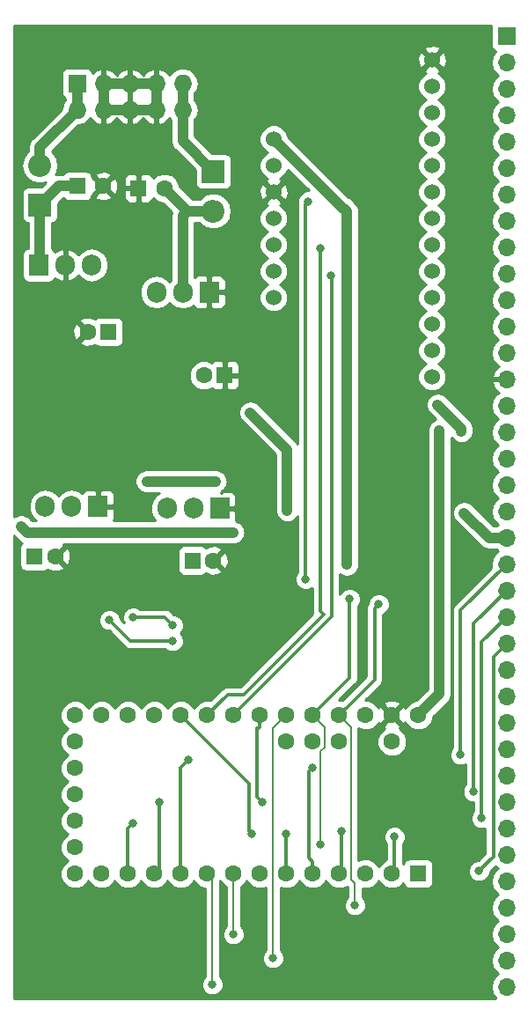
<source format=gbr>
G04 #@! TF.GenerationSoftware,KiCad,Pcbnew,(5.0.1)-3*
G04 #@! TF.CreationDate,2020-01-29T22:52:41+00:00*
G04 #@! TF.ProjectId,SSv2 Power Board,5353763220506F77657220426F617264,rev?*
G04 #@! TF.SameCoordinates,Original*
G04 #@! TF.FileFunction,Copper,L1,Top,Signal*
G04 #@! TF.FilePolarity,Positive*
%FSLAX46Y46*%
G04 Gerber Fmt 4.6, Leading zero omitted, Abs format (unit mm)*
G04 Created by KiCad (PCBNEW (5.0.1)-3) date 29/01/2020 22:52:41*
%MOMM*%
%LPD*%
G01*
G04 APERTURE LIST*
G04 #@! TA.AperFunction,ComponentPad*
%ADD10O,1.700000X1.700000*%
G04 #@! TD*
G04 #@! TA.AperFunction,ComponentPad*
%ADD11R,1.700000X1.700000*%
G04 #@! TD*
G04 #@! TA.AperFunction,ComponentPad*
%ADD12C,1.600000*%
G04 #@! TD*
G04 #@! TA.AperFunction,ComponentPad*
%ADD13R,1.600000X1.600000*%
G04 #@! TD*
G04 #@! TA.AperFunction,ComponentPad*
%ADD14O,2.200000X2.200000*%
G04 #@! TD*
G04 #@! TA.AperFunction,ComponentPad*
%ADD15R,2.200000X2.200000*%
G04 #@! TD*
G04 #@! TA.AperFunction,ComponentPad*
%ADD16O,1.727200X1.727200*%
G04 #@! TD*
G04 #@! TA.AperFunction,ComponentPad*
%ADD17R,1.727200X1.727200*%
G04 #@! TD*
G04 #@! TA.AperFunction,ComponentPad*
%ADD18O,1.905000X2.000000*%
G04 #@! TD*
G04 #@! TA.AperFunction,ComponentPad*
%ADD19R,1.905000X2.000000*%
G04 #@! TD*
G04 #@! TA.AperFunction,ComponentPad*
%ADD20C,1.524000*%
G04 #@! TD*
G04 #@! TA.AperFunction,ViaPad*
%ADD21C,1.000000*%
G04 #@! TD*
G04 #@! TA.AperFunction,ViaPad*
%ADD22C,0.800000*%
G04 #@! TD*
G04 #@! TA.AperFunction,Conductor*
%ADD23C,1.000000*%
G04 #@! TD*
G04 #@! TA.AperFunction,Conductor*
%ADD24C,0.300000*%
G04 #@! TD*
G04 #@! TA.AperFunction,Conductor*
%ADD25C,0.160000*%
G04 #@! TD*
G04 #@! TA.AperFunction,Conductor*
%ADD26C,0.254000*%
G04 #@! TD*
G04 APERTURE END LIST*
D10*
G04 #@! TO.P,J39,37*
G04 #@! TO.N,DAC_B_LDACpin_p*
X138961192Y-117885039D03*
G04 #@! TO.P,J39,36*
G04 #@! TO.N,DAC_A_LDACpin_p*
X138961192Y-115345039D03*
G04 #@! TO.P,J39,35*
G04 #@! TO.N,DAC_C_LDACpin_p*
X138961192Y-112805039D03*
G04 #@! TO.P,J39,34*
G04 #@! TO.N,DAC_SDApin_p*
X138961192Y-110265039D03*
G04 #@! TO.P,J39,33*
G04 #@! TO.N,DAC_SCLpin_p*
X138961192Y-107725039D03*
G04 #@! TO.P,J39,32*
G04 #@! TO.N,Dout_SERpin_p*
X138961192Y-105185039D03*
G04 #@! TO.P,J39,31*
G04 #@! TO.N,Dout_LATCHpin_p*
X138961192Y-102645039D03*
G04 #@! TO.P,J39,30*
G04 #@! TO.N,Dout_CLKpin_p*
X138961192Y-100105039D03*
G04 #@! TO.P,J39,29*
G04 #@! TO.N,Din_CLKpin_p*
X138961192Y-97565039D03*
G04 #@! TO.P,J39,28*
G04 #@! TO.N,Din_latchPin_p*
X138961192Y-95025039D03*
G04 #@! TO.P,J39,27*
G04 #@! TO.N,AreadCon1_p*
X138961192Y-92485039D03*
G04 #@! TO.P,J39,26*
G04 #@! TO.N,AreadCon2_p*
X138961192Y-89945039D03*
G04 #@! TO.P,J39,25*
G04 #@! TO.N,AreadCon3_p*
X138961192Y-87405039D03*
G04 #@! TO.P,J39,24*
G04 #@! TO.N,Din_SERpin_p*
X138961192Y-84865039D03*
G04 #@! TO.P,J39,23*
G04 #@! TO.N,AreadMuxControlPin3_p*
X138961192Y-82325039D03*
G04 #@! TO.P,J39,22*
G04 #@! TO.N,AreadMuxControlPin2_p*
X138961192Y-79785039D03*
G04 #@! TO.P,J39,21*
G04 #@! TO.N,AreadMuxControlPin1_p*
X138961192Y-77245039D03*
G04 #@! TO.P,J39,20*
G04 #@! TO.N,-5V*
X138961192Y-74705039D03*
G04 #@! TO.P,J39,19*
G04 #@! TO.N,+12V*
X138961192Y-72165039D03*
G04 #@! TO.P,J39,18*
G04 #@! TO.N,3.3V_Analogue*
X138961192Y-69625039D03*
G04 #@! TO.P,J39,17*
G04 #@! TO.N,3.3V_Digital*
X138961192Y-67085039D03*
G04 #@! TO.P,J39,16*
G04 #@! TO.N,-12V*
X138961192Y-64545039D03*
G04 #@! TO.P,J39,15*
G04 #@! TO.N,+5V*
X138961192Y-62005039D03*
G04 #@! TO.P,J39,14*
G04 #@! TO.N,GND*
X138961192Y-59465039D03*
G04 #@! TO.P,J39,13*
G04 #@! TO.N,Touch0_p*
X138961192Y-56925039D03*
G04 #@! TO.P,J39,12*
G04 #@! TO.N,Touch1_p*
X138961192Y-54385039D03*
G04 #@! TO.P,J39,11*
G04 #@! TO.N,Touch2_p*
X138961192Y-51845039D03*
G04 #@! TO.P,J39,10*
G04 #@! TO.N,Touch3_p*
X138961192Y-49305039D03*
G04 #@! TO.P,J39,9*
G04 #@! TO.N,Touch4_p*
X138961192Y-46765039D03*
G04 #@! TO.P,J39,8*
G04 #@! TO.N,Touch5_p*
X138961192Y-44225039D03*
G04 #@! TO.P,J39,7*
G04 #@! TO.N,Touch6_p*
X138961192Y-41685039D03*
G04 #@! TO.P,J39,6*
G04 #@! TO.N,Touch7_p*
X138961192Y-39145039D03*
G04 #@! TO.P,J39,5*
G04 #@! TO.N,Touch8_p*
X138961192Y-36605039D03*
G04 #@! TO.P,J39,4*
G04 #@! TO.N,Touch9_p*
X138961192Y-34065039D03*
G04 #@! TO.P,J39,3*
G04 #@! TO.N,Touch10_p*
X138961192Y-31525039D03*
G04 #@! TO.P,J39,2*
G04 #@! TO.N,Touch11_p*
X138961192Y-28985039D03*
D11*
G04 #@! TO.P,J39,1*
G04 #@! TO.N,WS2812_serial_p*
X138961192Y-26445039D03*
G04 #@! TD*
D12*
G04 #@! TO.P,C62,2*
G04 #@! TO.N,GND*
X98661192Y-54885039D03*
D13*
G04 #@! TO.P,C62,1*
G04 #@! TO.N,+5V*
X100661192Y-54885039D03*
G04 #@! TD*
D12*
G04 #@! TO.P,C63,2*
G04 #@! TO.N,GND*
X95561192Y-76485039D03*
D13*
G04 #@! TO.P,C63,1*
G04 #@! TO.N,3.3V_Analogue*
X93561192Y-76485039D03*
G04 #@! TD*
D12*
G04 #@! TO.P,C64,2*
G04 #@! TO.N,GND*
X110761192Y-76885039D03*
D13*
G04 #@! TO.P,C64,1*
G04 #@! TO.N,3.3V_Digital*
X108761192Y-76885039D03*
G04 #@! TD*
D12*
G04 #@! TO.P,C65,2*
G04 #@! TO.N,-5V*
X109861192Y-59085039D03*
D13*
G04 #@! TO.P,C65,1*
G04 #@! TO.N,GND*
X111861192Y-59085039D03*
G04 #@! TD*
D14*
G04 #@! TO.P,D9,2*
G04 #@! TO.N,/Power/+12V_in*
X94061192Y-38875039D03*
D15*
G04 #@! TO.P,D9,1*
G04 #@! TO.N,+12V*
X94061192Y-42685039D03*
G04 #@! TD*
D14*
G04 #@! TO.P,D10,2*
G04 #@! TO.N,-12V*
X110761192Y-43295039D03*
D15*
G04 #@! TO.P,D10,1*
G04 #@! TO.N,/Power/-12V_in*
X110761192Y-39485039D03*
G04 #@! TD*
D16*
G04 #@! TO.P,J38,10*
G04 #@! TO.N,/Power/-12V_in*
X107808622Y-33550500D03*
G04 #@! TO.P,J38,9*
X107808622Y-31010500D03*
G04 #@! TO.P,J38,8*
G04 #@! TO.N,GND*
X105268622Y-33550500D03*
G04 #@! TO.P,J38,7*
X105268622Y-31010500D03*
G04 #@! TO.P,J38,6*
X102728622Y-33550500D03*
G04 #@! TO.P,J38,5*
X102728622Y-31010500D03*
G04 #@! TO.P,J38,4*
X100188622Y-33550500D03*
G04 #@! TO.P,J38,3*
X100188622Y-31010500D03*
G04 #@! TO.P,J38,2*
G04 #@! TO.N,/Power/+12V_in*
X97648622Y-33550500D03*
D17*
G04 #@! TO.P,J38,1*
X97648622Y-31010500D03*
G04 #@! TD*
D13*
G04 #@! TO.P,U1,1*
G04 #@! TO.N,N/C*
X130471192Y-107005039D03*
D12*
G04 #@! TO.P,U1,2*
G04 #@! TO.N,Dout_SERpin_p*
X127931192Y-107005039D03*
G04 #@! TO.P,U1,3*
G04 #@! TO.N,N/C*
X125391192Y-107005039D03*
G04 #@! TO.P,U1,4*
G04 #@! TO.N,Dout_LATCHpin_p*
X122851192Y-107005039D03*
G04 #@! TO.P,U1,5*
G04 #@! TO.N,Din_latchPin_p*
X120311192Y-107005039D03*
G04 #@! TO.P,U1,6*
G04 #@! TO.N,/WS2812_level_boost*
X117771192Y-107005039D03*
G04 #@! TO.P,U1,7*
G04 #@! TO.N,N/C*
X115231192Y-107005039D03*
G04 #@! TO.P,U1,8*
G04 #@! TO.N,DAC_C_LDACpin_p*
X112691192Y-107005039D03*
G04 #@! TO.P,U1,9*
G04 #@! TO.N,DAC_B_LDACpin_p*
X110151192Y-107005039D03*
G04 #@! TO.P,U1,10*
G04 #@! TO.N,AreadMuxControlPin1_p*
X107611192Y-107005039D03*
G04 #@! TO.P,U1,11*
G04 #@! TO.N,AreadMuxControlPin2_p*
X105071192Y-107005039D03*
G04 #@! TO.P,U1,12*
G04 #@! TO.N,AreadMuxControlPin3_p*
X102531192Y-107005039D03*
G04 #@! TO.P,U1,13*
G04 #@! TO.N,N/C*
X99991192Y-107005039D03*
G04 #@! TO.P,U1,37*
X117771192Y-94305039D03*
G04 #@! TO.P,U1,36*
X120311192Y-94305039D03*
G04 #@! TO.P,U1,35*
X122851192Y-94305039D03*
G04 #@! TO.P,U1,34*
X127931192Y-94305039D03*
G04 #@! TO.P,U1,33*
G04 #@! TO.N,+5V*
X130471192Y-91765039D03*
G04 #@! TO.P,U1,32*
G04 #@! TO.N,GND*
X127931192Y-91765039D03*
G04 #@! TO.P,U1,31*
G04 #@! TO.N,N/C*
X125391192Y-91765039D03*
G04 #@! TO.P,U1,30*
G04 #@! TO.N,DAC_SDApin_p*
X122851192Y-91765039D03*
G04 #@! TO.P,U1,29*
G04 #@! TO.N,DAC_SCLpin_p*
X120311192Y-91765039D03*
G04 #@! TO.P,U1,28*
G04 #@! TO.N,DAC_A_LDACpin_p*
X117771192Y-91765039D03*
G04 #@! TO.P,U1,27*
G04 #@! TO.N,Dout_CLKpin_p*
X115231192Y-91765039D03*
G04 #@! TO.P,U1,26*
G04 #@! TO.N,TouchI2C_SCL_p*
X112691192Y-91765039D03*
G04 #@! TO.P,U1,25*
G04 #@! TO.N,TouchI2C_SDA_p*
X110151192Y-91765039D03*
G04 #@! TO.P,U1,24*
G04 #@! TO.N,/WS2812_level_boost*
X107611192Y-91765039D03*
G04 #@! TO.P,U1,23*
G04 #@! TO.N,AreadPin3_p*
X105071192Y-91765039D03*
G04 #@! TO.P,U1,22*
G04 #@! TO.N,AreadPin2_p*
X102531192Y-91765039D03*
G04 #@! TO.P,U1,21*
G04 #@! TO.N,AreadPin1_p*
X99991192Y-91765039D03*
G04 #@! TO.P,U1,14*
G04 #@! TO.N,Din_SERpin_p*
X97451192Y-107005039D03*
G04 #@! TO.P,U1,15*
G04 #@! TO.N,WS2812_serial_p*
X97451192Y-104465039D03*
G04 #@! TO.P,U1,16*
G04 #@! TO.N,N/C*
X97451192Y-101925039D03*
G04 #@! TO.P,U1,20*
G04 #@! TO.N,Din_CLKpin_p*
X97451192Y-91765039D03*
G04 #@! TO.P,U1,19*
G04 #@! TO.N,N/C*
X97451192Y-94305039D03*
G04 #@! TO.P,U1,18*
X97451192Y-96845039D03*
G04 #@! TO.P,U1,17*
X97451192Y-99385039D03*
G04 #@! TD*
D18*
G04 #@! TO.P,U29,3*
G04 #@! TO.N,+5V*
X99041192Y-48485039D03*
G04 #@! TO.P,U29,2*
G04 #@! TO.N,GND*
X96501192Y-48485039D03*
D19*
G04 #@! TO.P,U29,1*
G04 #@! TO.N,+12V*
X93961192Y-48485039D03*
G04 #@! TD*
D18*
G04 #@! TO.P,U30,3*
G04 #@! TO.N,-5V*
X105281192Y-51085039D03*
G04 #@! TO.P,U30,2*
G04 #@! TO.N,-12V*
X107821192Y-51085039D03*
D19*
G04 #@! TO.P,U30,1*
G04 #@! TO.N,GND*
X110361192Y-51085039D03*
G04 #@! TD*
D20*
G04 #@! TO.P,U17,12*
G04 #@! TO.N,Touch0_p*
X131801192Y-59225039D03*
G04 #@! TO.P,U17,19*
G04 #@! TO.N,3.3V_Digital*
X116561192Y-36365039D03*
G04 #@! TO.P,U17,18*
G04 #@! TO.N,N/C*
X116561192Y-38905039D03*
G04 #@! TO.P,U17,17*
G04 #@! TO.N,GND*
X116561192Y-41445039D03*
G04 #@! TO.P,U17,13*
G04 #@! TO.N,N/C*
X116561192Y-51605039D03*
G04 #@! TO.P,U17,14*
G04 #@! TO.N,TouchI2C_SCL_p*
X116561192Y-49065039D03*
G04 #@! TO.P,U17,15*
G04 #@! TO.N,TouchI2C_SDA_p*
X116561192Y-46525039D03*
G04 #@! TO.P,U17,16*
G04 #@! TO.N,N/C*
X116561192Y-43985039D03*
G04 #@! TO.P,U17,0*
G04 #@! TO.N,GND*
X131801192Y-28745039D03*
G04 #@! TO.P,U17,1*
G04 #@! TO.N,Touch11_p*
X131801192Y-31285039D03*
G04 #@! TO.P,U17,2*
G04 #@! TO.N,Touch10_p*
X131801192Y-33825039D03*
G04 #@! TO.P,U17,3*
G04 #@! TO.N,Touch9_p*
X131801192Y-36365039D03*
G04 #@! TO.P,U17,4*
G04 #@! TO.N,Touch8_p*
X131801192Y-38905039D03*
G04 #@! TO.P,U17,5*
G04 #@! TO.N,Touch7_p*
X131801192Y-41445039D03*
G04 #@! TO.P,U17,11*
G04 #@! TO.N,Touch1_p*
X131801192Y-56685039D03*
G04 #@! TO.P,U17,10*
G04 #@! TO.N,Touch2_p*
X131801192Y-54145039D03*
G04 #@! TO.P,U17,9*
G04 #@! TO.N,Touch3_p*
X131801192Y-51605039D03*
G04 #@! TO.P,U17,8*
G04 #@! TO.N,Touch4_p*
X131801192Y-49065039D03*
G04 #@! TO.P,U17,7*
G04 #@! TO.N,Touch5_p*
X131801192Y-46525039D03*
G04 #@! TO.P,U17,6*
G04 #@! TO.N,Touch6_p*
X131801192Y-43985039D03*
G04 #@! TD*
D18*
G04 #@! TO.P,U31,3*
G04 #@! TO.N,Net-(C59-Pad1)*
X94581192Y-71685039D03*
G04 #@! TO.P,U31,2*
G04 #@! TO.N,3.3V_Analogue*
X97121192Y-71685039D03*
D19*
G04 #@! TO.P,U31,1*
G04 #@! TO.N,GND*
X99661192Y-71685039D03*
G04 #@! TD*
D18*
G04 #@! TO.P,U32,3*
G04 #@! TO.N,Net-(C60-Pad1)*
X106281192Y-71885039D03*
G04 #@! TO.P,U32,2*
G04 #@! TO.N,3.3V_Digital*
X108821192Y-71885039D03*
D19*
G04 #@! TO.P,U32,1*
G04 #@! TO.N,GND*
X111361192Y-71885039D03*
G04 #@! TD*
D12*
G04 #@! TO.P,C56,2*
G04 #@! TO.N,GND*
X100161192Y-40885039D03*
D13*
G04 #@! TO.P,C56,1*
G04 #@! TO.N,+12V*
X97661192Y-40885039D03*
G04 #@! TD*
D12*
G04 #@! TO.P,C57,2*
G04 #@! TO.N,-12V*
X106061192Y-41085039D03*
D13*
G04 #@! TO.P,C57,1*
G04 #@! TO.N,GND*
X103561192Y-41085039D03*
G04 #@! TD*
D21*
G04 #@! TO.N,GND*
X98060000Y-64962000D03*
X106442000Y-63184000D03*
X129048000Y-87060000D03*
X130318000Y-78424000D03*
G04 #@! TO.N,3.3V_Digital*
X123623192Y-77279039D03*
X123623192Y-66285039D03*
G04 #@! TO.N,+12V*
X92261192Y-73585039D03*
X112661192Y-74185039D03*
G04 #@! TO.N,-12V*
X134636000Y-64454000D03*
X132350000Y-61914000D03*
G04 #@! TO.N,+5V*
X132513192Y-64385039D03*
G04 #@! TO.N,3.3V_Analogue*
X104361192Y-69285039D03*
X110961192Y-69285039D03*
G04 #@! TO.N,-5V*
X114316000Y-62676000D03*
X117872000Y-72074000D03*
X134890000Y-72328000D03*
D22*
G04 #@! TO.N,/WS2812_level_boost*
X114479192Y-103187039D03*
X117781192Y-103187039D03*
G04 #@! TO.N,DAC_B_LDACpin_p*
X110669192Y-117665039D03*
G04 #@! TO.N,DAC_A_LDACpin_p*
X116511192Y-115125039D03*
G04 #@! TO.N,DAC_C_LDACpin_p*
X112701192Y-112839039D03*
G04 #@! TO.N,DAC_SDApin_p*
X124385192Y-110045039D03*
X126671192Y-81089039D03*
G04 #@! TO.N,DAC_SCLpin_p*
X121083192Y-104203039D03*
X123877192Y-80581039D03*
G04 #@! TO.N,Dout_SERpin_p*
X128195192Y-103463039D03*
G04 #@! TO.N,Dout_LATCHpin_p*
X123115192Y-102933039D03*
G04 #@! TO.N,Dout_CLKpin_p*
X115495192Y-100139039D03*
G04 #@! TO.N,Din_latchPin_p*
X120321192Y-96789039D03*
G04 #@! TO.N,AreadCon1_p*
X106859192Y-84645039D03*
X100763192Y-82613039D03*
G04 #@! TO.N,AreadCon2_p*
X106859192Y-83121039D03*
X103049192Y-82359039D03*
G04 #@! TO.N,Din_SERpin_p*
X136323192Y-106743039D03*
G04 #@! TO.N,AreadMuxControlPin3_p*
X136577192Y-101663039D03*
X103049192Y-102171039D03*
G04 #@! TO.N,AreadMuxControlPin2_p*
X135767192Y-99123039D03*
X105589192Y-100139039D03*
G04 #@! TO.N,AreadMuxControlPin1_p*
X134545192Y-95567039D03*
X108383192Y-96075039D03*
G04 #@! TO.N,WS2812_serial_p*
X119650000Y-78678000D03*
X119904000Y-42356000D03*
G04 #@! TO.N,TouchI2C_SCL_p*
X122061192Y-49485039D03*
G04 #@! TO.N,TouchI2C_SDA_p*
X121061192Y-46885039D03*
G04 #@! TD*
D23*
G04 #@! TO.N,GND*
X105268622Y-31010500D02*
X100188622Y-31010500D01*
X100188622Y-31010500D02*
X100188622Y-33550500D01*
X100188622Y-33550500D02*
X105268622Y-33550500D01*
X105268622Y-31010500D02*
X105268622Y-33550500D01*
X129048000Y-87060000D02*
X129048000Y-79694000D01*
X129048000Y-79694000D02*
X130318000Y-78424000D01*
G04 #@! TO.N,3.3V_Digital*
X123261192Y-43065039D02*
X116561192Y-36365039D01*
X123361192Y-43065039D02*
X123261192Y-43065039D01*
X123623192Y-77279039D02*
X123623192Y-66285039D01*
X123623192Y-43327039D02*
X123623192Y-66285039D01*
X123361192Y-43065039D02*
X123623192Y-43327039D01*
G04 #@! TO.N,+12V*
X95861192Y-40885039D02*
X94061192Y-42685039D01*
X97661192Y-40885039D02*
X95861192Y-40885039D01*
X94061192Y-48385039D02*
X93961192Y-48485039D01*
X94061192Y-42685039D02*
X94061192Y-48385039D01*
X92261192Y-73585039D02*
X92861192Y-74185039D01*
X92861192Y-74185039D02*
X112661192Y-74185039D01*
G04 #@! TO.N,-12V*
X108271192Y-43295039D02*
X106061192Y-41085039D01*
X110761192Y-43295039D02*
X108271192Y-43295039D01*
X107821192Y-43745039D02*
X108271192Y-43295039D01*
X107821192Y-51085039D02*
X107821192Y-43745039D01*
X134636000Y-64454000D02*
X134636000Y-64200000D01*
X134636000Y-64200000D02*
X132350000Y-61914000D01*
G04 #@! TO.N,+5V*
X132513192Y-89723039D02*
X132513192Y-64385039D01*
X130471192Y-91765039D02*
X132513192Y-89723039D01*
G04 #@! TO.N,3.3V_Analogue*
X110961192Y-69285039D02*
X109998000Y-69285039D01*
X104361192Y-69285039D02*
X109998000Y-69285039D01*
G04 #@! TO.N,-5V*
X114316000Y-62676000D02*
X117872000Y-66232000D01*
X117872000Y-66232000D02*
X117872000Y-72074000D01*
X137267039Y-74705039D02*
X134890000Y-72328000D01*
X138961192Y-74705039D02*
X137267039Y-74705039D01*
G04 #@! TO.N,/Power/+12V_in*
X94061192Y-37137930D02*
X97648622Y-33550500D01*
X94061192Y-38875039D02*
X94061192Y-37137930D01*
X97648622Y-31010500D02*
X97648622Y-33550500D01*
G04 #@! TO.N,/Power/-12V_in*
X107808622Y-31010500D02*
X107808622Y-33550500D01*
X107808622Y-36532469D02*
X110761192Y-39485039D01*
X107808622Y-33550500D02*
X107808622Y-36532469D01*
D24*
G04 #@! TO.N,/WS2812_level_boost*
X114225192Y-102933039D02*
X114479192Y-103187039D01*
X107611192Y-91765039D02*
X114225192Y-98379039D01*
X114225192Y-98379039D02*
X114225192Y-102933039D01*
X117781192Y-106995039D02*
X117771192Y-107005039D01*
X117781192Y-103187039D02*
X117781192Y-106995039D01*
D25*
G04 #@! TO.N,DAC_B_LDACpin_p*
X110669192Y-107523039D02*
X110151192Y-107005039D01*
X110669192Y-117665039D02*
X110669192Y-107523039D01*
G04 #@! TO.N,DAC_A_LDACpin_p*
X116511192Y-93025039D02*
X117771192Y-91765039D01*
X116511192Y-115125039D02*
X116511192Y-93025039D01*
G04 #@! TO.N,DAC_C_LDACpin_p*
X112691192Y-108003039D02*
X112701192Y-108013039D01*
X112691192Y-107005039D02*
X112691192Y-108003039D01*
X112701192Y-112839039D02*
X112701192Y-108013039D01*
G04 #@! TO.N,DAC_SDApin_p*
X123651191Y-92565038D02*
X122851192Y-91765039D01*
X123991193Y-92905040D02*
X123651191Y-92565038D01*
X123991193Y-107552240D02*
X123991193Y-92905040D01*
X124385192Y-107946239D02*
X123991193Y-107552240D01*
X124385192Y-110045039D02*
X124385192Y-107946239D01*
D24*
X123651191Y-90965040D02*
X122851192Y-91765039D01*
X126271193Y-88345038D02*
X123651191Y-90965040D01*
X126271193Y-81489038D02*
X126271193Y-88345038D01*
X126671192Y-81089039D02*
X126271193Y-81489038D01*
D25*
G04 #@! TO.N,DAC_SCLpin_p*
X121111191Y-92565038D02*
X120311192Y-91765039D01*
X121451193Y-92905040D02*
X121111191Y-92565038D01*
X121451193Y-94852240D02*
X121451193Y-92905040D01*
X121083192Y-95220241D02*
X121451193Y-94852240D01*
X121083192Y-104203039D02*
X121083192Y-95220241D01*
D24*
X123877192Y-88199039D02*
X120311192Y-91765039D01*
X123877192Y-80581039D02*
X123877192Y-88199039D01*
G04 #@! TO.N,Dout_SERpin_p*
X128195192Y-106741039D02*
X127931192Y-107005039D01*
X128195192Y-103463039D02*
X128195192Y-106741039D01*
G04 #@! TO.N,Dout_LATCHpin_p*
X123115192Y-106741039D02*
X122851192Y-107005039D01*
X123115192Y-102933039D02*
X123115192Y-106741039D01*
G04 #@! TO.N,Dout_CLKpin_p*
X115231192Y-92896409D02*
X115231192Y-91765039D01*
X115100562Y-93027039D02*
X115231192Y-92896409D01*
X114987192Y-93027039D02*
X115100562Y-93027039D01*
X114987192Y-99631039D02*
X114987192Y-93027039D01*
X115495192Y-100139039D02*
X114987192Y-99631039D01*
G04 #@! TO.N,Din_latchPin_p*
X120311192Y-105873669D02*
X120311192Y-107005039D01*
X119921193Y-105483670D02*
X120311192Y-105873669D01*
X119921193Y-97189038D02*
X119921193Y-105483670D01*
X120321192Y-96789039D02*
X119921193Y-97189038D01*
G04 #@! TO.N,AreadCon1_p*
X106859192Y-84645039D02*
X102795192Y-84645039D01*
X102795192Y-84645039D02*
X100763192Y-82613039D01*
G04 #@! TO.N,AreadCon2_p*
X106859192Y-83121039D02*
X106097192Y-82359039D01*
X106097192Y-82359039D02*
X103049192Y-82359039D01*
G04 #@! TO.N,Din_SERpin_p*
X137701191Y-105365040D02*
X136323192Y-106743039D01*
X138961192Y-84865039D02*
X137701191Y-86125040D01*
X137701191Y-86125040D02*
X137701191Y-105365040D01*
G04 #@! TO.N,AreadMuxControlPin3_p*
X138961192Y-82325039D02*
X136577192Y-84709039D01*
X136577192Y-84709039D02*
X136577192Y-101663039D01*
X102531192Y-102689039D02*
X102531192Y-107005039D01*
X103049192Y-102171039D02*
X102531192Y-102689039D01*
G04 #@! TO.N,AreadMuxControlPin2_p*
X138961192Y-79785039D02*
X135767192Y-82979039D01*
X135767192Y-82979039D02*
X135767192Y-99123039D01*
X105589192Y-106487039D02*
X105071192Y-107005039D01*
X105589192Y-100139039D02*
X105589192Y-106487039D01*
G04 #@! TO.N,AreadMuxControlPin1_p*
X138961192Y-77245039D02*
X134545192Y-81661039D01*
X134545192Y-81661039D02*
X134545192Y-95567039D01*
X107611192Y-96847039D02*
X107611192Y-107005039D01*
X108383192Y-96075039D02*
X107611192Y-96847039D01*
G04 #@! TO.N,WS2812_serial_p*
X119650000Y-78678000D02*
X119650000Y-42610000D01*
X119650000Y-42610000D02*
X119904000Y-42356000D01*
G04 #@! TO.N,TouchI2C_SCL_p*
X122161192Y-49585039D02*
X122061192Y-49485039D01*
X112691192Y-91765039D02*
X122161192Y-82295039D01*
X122161192Y-82295039D02*
X122161192Y-49585039D01*
G04 #@! TO.N,TouchI2C_SDA_p*
X110151192Y-91765039D02*
X112131192Y-89785039D01*
X112131192Y-89785039D02*
X113661192Y-89785039D01*
X113661192Y-89785039D02*
X121361192Y-82085039D01*
X121061192Y-49683841D02*
X121061192Y-46885039D01*
X121361192Y-82085039D02*
X121061192Y-81785039D01*
X121061192Y-81785039D02*
X121061192Y-49683841D01*
G04 #@! TD*
D26*
G04 #@! TO.N,GND*
G36*
X137463752Y-25595039D02*
X137463752Y-27295039D01*
X137513035Y-27542804D01*
X137653383Y-27752848D01*
X137863427Y-27893196D01*
X137908811Y-27902223D01*
X137890567Y-27914414D01*
X137562353Y-28405621D01*
X137447100Y-28985039D01*
X137562353Y-29564457D01*
X137890567Y-30055664D01*
X138188953Y-30255039D01*
X137890567Y-30454414D01*
X137562353Y-30945621D01*
X137447100Y-31525039D01*
X137562353Y-32104457D01*
X137890567Y-32595664D01*
X138188953Y-32795039D01*
X137890567Y-32994414D01*
X137562353Y-33485621D01*
X137447100Y-34065039D01*
X137562353Y-34644457D01*
X137890567Y-35135664D01*
X138188953Y-35335039D01*
X137890567Y-35534414D01*
X137562353Y-36025621D01*
X137447100Y-36605039D01*
X137562353Y-37184457D01*
X137890567Y-37675664D01*
X138188953Y-37875039D01*
X137890567Y-38074414D01*
X137562353Y-38565621D01*
X137447100Y-39145039D01*
X137562353Y-39724457D01*
X137890567Y-40215664D01*
X138188953Y-40415039D01*
X137890567Y-40614414D01*
X137562353Y-41105621D01*
X137447100Y-41685039D01*
X137562353Y-42264457D01*
X137890567Y-42755664D01*
X138188953Y-42955039D01*
X137890567Y-43154414D01*
X137562353Y-43645621D01*
X137447100Y-44225039D01*
X137562353Y-44804457D01*
X137890567Y-45295664D01*
X138188953Y-45495039D01*
X137890567Y-45694414D01*
X137562353Y-46185621D01*
X137447100Y-46765039D01*
X137562353Y-47344457D01*
X137890567Y-47835664D01*
X138188953Y-48035039D01*
X137890567Y-48234414D01*
X137562353Y-48725621D01*
X137447100Y-49305039D01*
X137562353Y-49884457D01*
X137890567Y-50375664D01*
X138188953Y-50575039D01*
X137890567Y-50774414D01*
X137562353Y-51265621D01*
X137447100Y-51845039D01*
X137562353Y-52424457D01*
X137890567Y-52915664D01*
X138188953Y-53115039D01*
X137890567Y-53314414D01*
X137562353Y-53805621D01*
X137447100Y-54385039D01*
X137562353Y-54964457D01*
X137890567Y-55455664D01*
X138188953Y-55655039D01*
X137890567Y-55854414D01*
X137562353Y-56345621D01*
X137447100Y-56925039D01*
X137562353Y-57504457D01*
X137890567Y-57995664D01*
X138209670Y-58208882D01*
X138079834Y-58269856D01*
X137689547Y-58698115D01*
X137519716Y-59108149D01*
X137641037Y-59338039D01*
X138834192Y-59338039D01*
X138834192Y-59318039D01*
X139088192Y-59318039D01*
X139088192Y-59338039D01*
X139108192Y-59338039D01*
X139108192Y-59592039D01*
X139088192Y-59592039D01*
X139088192Y-59612039D01*
X138834192Y-59612039D01*
X138834192Y-59592039D01*
X137641037Y-59592039D01*
X137519716Y-59821929D01*
X137689547Y-60231963D01*
X138079834Y-60660222D01*
X138209670Y-60721196D01*
X137890567Y-60934414D01*
X137562353Y-61425621D01*
X137447100Y-62005039D01*
X137562353Y-62584457D01*
X137890567Y-63075664D01*
X138188953Y-63275039D01*
X137890567Y-63474414D01*
X137562353Y-63965621D01*
X137447100Y-64545039D01*
X137562353Y-65124457D01*
X137890567Y-65615664D01*
X138188953Y-65815039D01*
X137890567Y-66014414D01*
X137562353Y-66505621D01*
X137447100Y-67085039D01*
X137562353Y-67664457D01*
X137890567Y-68155664D01*
X138188953Y-68355039D01*
X137890567Y-68554414D01*
X137562353Y-69045621D01*
X137447100Y-69625039D01*
X137562353Y-70204457D01*
X137890567Y-70695664D01*
X138188953Y-70895039D01*
X137890567Y-71094414D01*
X137562353Y-71585621D01*
X137447100Y-72165039D01*
X137562353Y-72744457D01*
X137890567Y-73235664D01*
X138188953Y-73435039D01*
X137986911Y-73570039D01*
X137737171Y-73570039D01*
X135852208Y-71685077D01*
X135852207Y-71685074D01*
X135532926Y-71365793D01*
X135427616Y-71322172D01*
X135332854Y-71258854D01*
X135221073Y-71236619D01*
X135115766Y-71193000D01*
X135001783Y-71193000D01*
X134890000Y-71170765D01*
X134778217Y-71193000D01*
X134664234Y-71193000D01*
X134558927Y-71236619D01*
X134447146Y-71258854D01*
X134352384Y-71322172D01*
X134247074Y-71365793D01*
X134166472Y-71446395D01*
X134071712Y-71509712D01*
X134008395Y-71604472D01*
X133927793Y-71685074D01*
X133884172Y-71790384D01*
X133820854Y-71885146D01*
X133798619Y-71996927D01*
X133755000Y-72102234D01*
X133755000Y-72216217D01*
X133732765Y-72328000D01*
X133755000Y-72439783D01*
X133755000Y-72553766D01*
X133798619Y-72659073D01*
X133820854Y-72770854D01*
X133884172Y-72865616D01*
X133927793Y-72970926D01*
X134247074Y-73290207D01*
X134247077Y-73290208D01*
X136385428Y-75428560D01*
X136448750Y-75523328D01*
X136690768Y-75685039D01*
X136824184Y-75774185D01*
X137267039Y-75862274D01*
X137378822Y-75840039D01*
X137986911Y-75840039D01*
X138188953Y-75975039D01*
X137890567Y-76174414D01*
X137562353Y-76665621D01*
X137447100Y-77245039D01*
X137514117Y-77581956D01*
X134044784Y-81051290D01*
X133979239Y-81095086D01*
X133805738Y-81354748D01*
X133760192Y-81583724D01*
X133760192Y-81583727D01*
X133744814Y-81661039D01*
X133760192Y-81738351D01*
X133760193Y-94888327D01*
X133667761Y-94980759D01*
X133510192Y-95361165D01*
X133510192Y-95772913D01*
X133667761Y-96153319D01*
X133958912Y-96444470D01*
X134339318Y-96602039D01*
X134751066Y-96602039D01*
X134982193Y-96506303D01*
X134982193Y-98444327D01*
X134889761Y-98536759D01*
X134732192Y-98917165D01*
X134732192Y-99328913D01*
X134889761Y-99709319D01*
X135180912Y-100000470D01*
X135561318Y-100158039D01*
X135792193Y-100158039D01*
X135792193Y-100984327D01*
X135699761Y-101076759D01*
X135542192Y-101457165D01*
X135542192Y-101868913D01*
X135699761Y-102249319D01*
X135990912Y-102540470D01*
X136371318Y-102698039D01*
X136783066Y-102698039D01*
X136916192Y-102642897D01*
X136916192Y-105039881D01*
X136248035Y-105708039D01*
X136117318Y-105708039D01*
X135736912Y-105865608D01*
X135445761Y-106156759D01*
X135288192Y-106537165D01*
X135288192Y-106948913D01*
X135445761Y-107329319D01*
X135736912Y-107620470D01*
X136117318Y-107778039D01*
X136529066Y-107778039D01*
X136909472Y-107620470D01*
X137200623Y-107329319D01*
X137358192Y-106948913D01*
X137358192Y-106818196D01*
X137908645Y-106267743D01*
X138188953Y-106455039D01*
X137890567Y-106654414D01*
X137562353Y-107145621D01*
X137447100Y-107725039D01*
X137562353Y-108304457D01*
X137890567Y-108795664D01*
X138188953Y-108995039D01*
X137890567Y-109194414D01*
X137562353Y-109685621D01*
X137447100Y-110265039D01*
X137562353Y-110844457D01*
X137890567Y-111335664D01*
X138188953Y-111535039D01*
X137890567Y-111734414D01*
X137562353Y-112225621D01*
X137447100Y-112805039D01*
X137562353Y-113384457D01*
X137890567Y-113875664D01*
X138188953Y-114075039D01*
X137890567Y-114274414D01*
X137562353Y-114765621D01*
X137447100Y-115345039D01*
X137562353Y-115924457D01*
X137890567Y-116415664D01*
X138188953Y-116615039D01*
X137890567Y-116814414D01*
X137562353Y-117305621D01*
X137447100Y-117885039D01*
X137562353Y-118464457D01*
X137890567Y-118955664D01*
X137937523Y-118987039D01*
X91567192Y-118987039D01*
X91567192Y-91479600D01*
X96016192Y-91479600D01*
X96016192Y-92050478D01*
X96234658Y-92577901D01*
X96638330Y-92981573D01*
X96767408Y-93035039D01*
X96638330Y-93088505D01*
X96234658Y-93492177D01*
X96016192Y-94019600D01*
X96016192Y-94590478D01*
X96234658Y-95117901D01*
X96638330Y-95521573D01*
X96767408Y-95575039D01*
X96638330Y-95628505D01*
X96234658Y-96032177D01*
X96016192Y-96559600D01*
X96016192Y-97130478D01*
X96234658Y-97657901D01*
X96638330Y-98061573D01*
X96767408Y-98115039D01*
X96638330Y-98168505D01*
X96234658Y-98572177D01*
X96016192Y-99099600D01*
X96016192Y-99670478D01*
X96234658Y-100197901D01*
X96638330Y-100601573D01*
X96767408Y-100655039D01*
X96638330Y-100708505D01*
X96234658Y-101112177D01*
X96016192Y-101639600D01*
X96016192Y-102210478D01*
X96234658Y-102737901D01*
X96638330Y-103141573D01*
X96767408Y-103195039D01*
X96638330Y-103248505D01*
X96234658Y-103652177D01*
X96016192Y-104179600D01*
X96016192Y-104750478D01*
X96234658Y-105277901D01*
X96638330Y-105681573D01*
X96767408Y-105735039D01*
X96638330Y-105788505D01*
X96234658Y-106192177D01*
X96016192Y-106719600D01*
X96016192Y-107290478D01*
X96234658Y-107817901D01*
X96638330Y-108221573D01*
X97165753Y-108440039D01*
X97736631Y-108440039D01*
X98264054Y-108221573D01*
X98667726Y-107817901D01*
X98721192Y-107688823D01*
X98774658Y-107817901D01*
X99178330Y-108221573D01*
X99705753Y-108440039D01*
X100276631Y-108440039D01*
X100804054Y-108221573D01*
X101207726Y-107817901D01*
X101261192Y-107688823D01*
X101314658Y-107817901D01*
X101718330Y-108221573D01*
X102245753Y-108440039D01*
X102816631Y-108440039D01*
X103344054Y-108221573D01*
X103747726Y-107817901D01*
X103801192Y-107688823D01*
X103854658Y-107817901D01*
X104258330Y-108221573D01*
X104785753Y-108440039D01*
X105356631Y-108440039D01*
X105884054Y-108221573D01*
X106287726Y-107817901D01*
X106341192Y-107688823D01*
X106394658Y-107817901D01*
X106798330Y-108221573D01*
X107325753Y-108440039D01*
X107896631Y-108440039D01*
X108424054Y-108221573D01*
X108827726Y-107817901D01*
X108881192Y-107688823D01*
X108934658Y-107817901D01*
X109338330Y-108221573D01*
X109865753Y-108440039D01*
X109954193Y-108440039D01*
X109954192Y-116916328D01*
X109791761Y-117078759D01*
X109634192Y-117459165D01*
X109634192Y-117870913D01*
X109791761Y-118251319D01*
X110082912Y-118542470D01*
X110463318Y-118700039D01*
X110875066Y-118700039D01*
X111255472Y-118542470D01*
X111546623Y-118251319D01*
X111704192Y-117870913D01*
X111704192Y-117459165D01*
X111546623Y-117078759D01*
X111384192Y-116916328D01*
X111384192Y-107778149D01*
X111421192Y-107688823D01*
X111474658Y-107817901D01*
X111878330Y-108221573D01*
X111986193Y-108266251D01*
X111986192Y-112090328D01*
X111823761Y-112252759D01*
X111666192Y-112633165D01*
X111666192Y-113044913D01*
X111823761Y-113425319D01*
X112114912Y-113716470D01*
X112495318Y-113874039D01*
X112907066Y-113874039D01*
X113287472Y-113716470D01*
X113578623Y-113425319D01*
X113736192Y-113044913D01*
X113736192Y-112633165D01*
X113578623Y-112252759D01*
X113416192Y-112090328D01*
X113416192Y-108257967D01*
X113504054Y-108221573D01*
X113907726Y-107817901D01*
X113961192Y-107688823D01*
X114014658Y-107817901D01*
X114418330Y-108221573D01*
X114945753Y-108440039D01*
X115516631Y-108440039D01*
X115796192Y-108324241D01*
X115796192Y-114376328D01*
X115633761Y-114538759D01*
X115476192Y-114919165D01*
X115476192Y-115330913D01*
X115633761Y-115711319D01*
X115924912Y-116002470D01*
X116305318Y-116160039D01*
X116717066Y-116160039D01*
X117097472Y-116002470D01*
X117388623Y-115711319D01*
X117546192Y-115330913D01*
X117546192Y-114919165D01*
X117388623Y-114538759D01*
X117226192Y-114376328D01*
X117226192Y-108332525D01*
X117485753Y-108440039D01*
X118056631Y-108440039D01*
X118584054Y-108221573D01*
X118987726Y-107817901D01*
X119041192Y-107688823D01*
X119094658Y-107817901D01*
X119498330Y-108221573D01*
X120025753Y-108440039D01*
X120596631Y-108440039D01*
X121124054Y-108221573D01*
X121527726Y-107817901D01*
X121581192Y-107688823D01*
X121634658Y-107817901D01*
X122038330Y-108221573D01*
X122565753Y-108440039D01*
X123136631Y-108440039D01*
X123653667Y-108225876D01*
X123670193Y-108242402D01*
X123670192Y-109296328D01*
X123507761Y-109458759D01*
X123350192Y-109839165D01*
X123350192Y-110250913D01*
X123507761Y-110631319D01*
X123798912Y-110922470D01*
X124179318Y-111080039D01*
X124591066Y-111080039D01*
X124971472Y-110922470D01*
X125262623Y-110631319D01*
X125420192Y-110250913D01*
X125420192Y-109839165D01*
X125262623Y-109458759D01*
X125100192Y-109296328D01*
X125100192Y-108437736D01*
X125105753Y-108440039D01*
X125676631Y-108440039D01*
X126204054Y-108221573D01*
X126607726Y-107817901D01*
X126661192Y-107688823D01*
X126714658Y-107817901D01*
X127118330Y-108221573D01*
X127645753Y-108440039D01*
X128216631Y-108440039D01*
X128744054Y-108221573D01*
X129046454Y-107919173D01*
X129073035Y-108052804D01*
X129213383Y-108262848D01*
X129423427Y-108403196D01*
X129671192Y-108452479D01*
X131271192Y-108452479D01*
X131518957Y-108403196D01*
X131729001Y-108262848D01*
X131869349Y-108052804D01*
X131918632Y-107805039D01*
X131918632Y-106205039D01*
X131869349Y-105957274D01*
X131729001Y-105747230D01*
X131518957Y-105606882D01*
X131271192Y-105557599D01*
X129671192Y-105557599D01*
X129423427Y-105606882D01*
X129213383Y-105747230D01*
X129073035Y-105957274D01*
X129046454Y-106090905D01*
X128980192Y-106024643D01*
X128980192Y-104141750D01*
X129072623Y-104049319D01*
X129230192Y-103668913D01*
X129230192Y-103257165D01*
X129072623Y-102876759D01*
X128781472Y-102585608D01*
X128401066Y-102428039D01*
X127989318Y-102428039D01*
X127608912Y-102585608D01*
X127317761Y-102876759D01*
X127160192Y-103257165D01*
X127160192Y-103668913D01*
X127317761Y-104049319D01*
X127410192Y-104141750D01*
X127410193Y-105667611D01*
X127118330Y-105788505D01*
X126714658Y-106192177D01*
X126661192Y-106321255D01*
X126607726Y-106192177D01*
X126204054Y-105788505D01*
X125676631Y-105570039D01*
X125105753Y-105570039D01*
X124706193Y-105735542D01*
X124706193Y-94019600D01*
X126496192Y-94019600D01*
X126496192Y-94590478D01*
X126714658Y-95117901D01*
X127118330Y-95521573D01*
X127645753Y-95740039D01*
X128216631Y-95740039D01*
X128744054Y-95521573D01*
X129147726Y-95117901D01*
X129366192Y-94590478D01*
X129366192Y-94019600D01*
X129147726Y-93492177D01*
X128744054Y-93088505D01*
X128630609Y-93041514D01*
X128685197Y-93018903D01*
X128759331Y-92772784D01*
X127931192Y-91944644D01*
X127103053Y-92772784D01*
X127177187Y-93018903D01*
X127235640Y-93039913D01*
X127118330Y-93088505D01*
X126714658Y-93492177D01*
X126496192Y-94019600D01*
X124706193Y-94019600D01*
X124706193Y-93034536D01*
X125105753Y-93200039D01*
X125676631Y-93200039D01*
X126204054Y-92981573D01*
X126607726Y-92577901D01*
X126654717Y-92464456D01*
X126677328Y-92519044D01*
X126923447Y-92593178D01*
X127751587Y-91765039D01*
X128110797Y-91765039D01*
X128938937Y-92593178D01*
X129185056Y-92519044D01*
X129206066Y-92460591D01*
X129254658Y-92577901D01*
X129658330Y-92981573D01*
X130185753Y-93200039D01*
X130756631Y-93200039D01*
X131284054Y-92981573D01*
X131687726Y-92577901D01*
X131906192Y-92050478D01*
X131906192Y-91935170D01*
X133236713Y-90604650D01*
X133331481Y-90541328D01*
X133582338Y-90165894D01*
X133648192Y-89834822D01*
X133648192Y-89834821D01*
X133670427Y-89723040D01*
X133648192Y-89611257D01*
X133648192Y-65035120D01*
X133673793Y-65096926D01*
X133754392Y-65177525D01*
X133817711Y-65272289D01*
X133912476Y-65335609D01*
X133993074Y-65416207D01*
X134098380Y-65459826D01*
X134193145Y-65523146D01*
X134304928Y-65545381D01*
X134410234Y-65589000D01*
X134524217Y-65589000D01*
X134636000Y-65611235D01*
X134747783Y-65589000D01*
X134861766Y-65589000D01*
X134967073Y-65545381D01*
X135078854Y-65523146D01*
X135173618Y-65459827D01*
X135278926Y-65416207D01*
X135359525Y-65335608D01*
X135454289Y-65272289D01*
X135517609Y-65177524D01*
X135598207Y-65096926D01*
X135641826Y-64991620D01*
X135705146Y-64896855D01*
X135727381Y-64785072D01*
X135771000Y-64679766D01*
X135771000Y-64311782D01*
X135793235Y-64199999D01*
X135705146Y-63757145D01*
X135618935Y-63628121D01*
X135454289Y-63381711D01*
X135359521Y-63318389D01*
X133312208Y-61271077D01*
X133312207Y-61271074D01*
X132992926Y-60951793D01*
X132887616Y-60908172D01*
X132792854Y-60844854D01*
X132681073Y-60822619D01*
X132575766Y-60779000D01*
X132461783Y-60779000D01*
X132350000Y-60756765D01*
X132238217Y-60779000D01*
X132124234Y-60779000D01*
X132018927Y-60822619D01*
X131907146Y-60844854D01*
X131812384Y-60908172D01*
X131707074Y-60951793D01*
X131626472Y-61032395D01*
X131531712Y-61095712D01*
X131468395Y-61190472D01*
X131387793Y-61271074D01*
X131344172Y-61376384D01*
X131280854Y-61471146D01*
X131258619Y-61582927D01*
X131215000Y-61688234D01*
X131215000Y-61802217D01*
X131192765Y-61914000D01*
X131215000Y-62025783D01*
X131215000Y-62139766D01*
X131258619Y-62245073D01*
X131280854Y-62356854D01*
X131344172Y-62451616D01*
X131387793Y-62556926D01*
X131707074Y-62876207D01*
X131707077Y-62876208D01*
X132134082Y-63303214D01*
X132070338Y-63315893D01*
X131975575Y-63379212D01*
X131870266Y-63422832D01*
X131789666Y-63503432D01*
X131694904Y-63566750D01*
X131631586Y-63661512D01*
X131550985Y-63742113D01*
X131507364Y-63847423D01*
X131444047Y-63942184D01*
X131421813Y-64053962D01*
X131378192Y-64159273D01*
X131378192Y-64610805D01*
X131378193Y-64610807D01*
X131378192Y-89252907D01*
X130301061Y-90330039D01*
X130185753Y-90330039D01*
X129658330Y-90548505D01*
X129254658Y-90952177D01*
X129207667Y-91065622D01*
X129185056Y-91011034D01*
X128938937Y-90936900D01*
X128110797Y-91765039D01*
X127751587Y-91765039D01*
X126923447Y-90936900D01*
X126677328Y-91011034D01*
X126656318Y-91069487D01*
X126607726Y-90952177D01*
X126412843Y-90757294D01*
X127103053Y-90757294D01*
X127931192Y-91585434D01*
X128759331Y-90757294D01*
X128685197Y-90511175D01*
X128147969Y-90318074D01*
X127577738Y-90345261D01*
X127177187Y-90511175D01*
X127103053Y-90757294D01*
X126412843Y-90757294D01*
X126204054Y-90548505D01*
X125676631Y-90330039D01*
X125396349Y-90330039D01*
X126771604Y-88954785D01*
X126837146Y-88910991D01*
X126880940Y-88845449D01*
X126880942Y-88845447D01*
X127010646Y-88651331D01*
X127010647Y-88651330D01*
X127056193Y-88422354D01*
X127056193Y-88422350D01*
X127071571Y-88345039D01*
X127056193Y-88267728D01*
X127056193Y-82049842D01*
X127257472Y-81966470D01*
X127548623Y-81675319D01*
X127706192Y-81294913D01*
X127706192Y-80883165D01*
X127548623Y-80502759D01*
X127257472Y-80211608D01*
X126877066Y-80054039D01*
X126465318Y-80054039D01*
X126084912Y-80211608D01*
X125793761Y-80502759D01*
X125636192Y-80883165D01*
X125636192Y-81026422D01*
X125531739Y-81182747D01*
X125486193Y-81411723D01*
X125486193Y-81411726D01*
X125470815Y-81489038D01*
X125486193Y-81566350D01*
X125486194Y-88019879D01*
X123164494Y-90341580D01*
X123136631Y-90330039D01*
X122856349Y-90330039D01*
X124377600Y-88808788D01*
X124443145Y-88764992D01*
X124616646Y-88505331D01*
X124662192Y-88276355D01*
X124662192Y-88276351D01*
X124677570Y-88199039D01*
X124662192Y-88121727D01*
X124662192Y-81259750D01*
X124754623Y-81167319D01*
X124912192Y-80786913D01*
X124912192Y-80375165D01*
X124754623Y-79994759D01*
X124463472Y-79703608D01*
X124083066Y-79546039D01*
X123671318Y-79546039D01*
X123290912Y-79703608D01*
X122999761Y-79994759D01*
X122946192Y-80124086D01*
X122946192Y-78207172D01*
X122980266Y-78241246D01*
X123085572Y-78284865D01*
X123180337Y-78348185D01*
X123292120Y-78370420D01*
X123397426Y-78414039D01*
X123511409Y-78414039D01*
X123623192Y-78436274D01*
X123734975Y-78414039D01*
X123848958Y-78414039D01*
X123954265Y-78370420D01*
X124066046Y-78348185D01*
X124160810Y-78284866D01*
X124266118Y-78241246D01*
X124346717Y-78160647D01*
X124441481Y-78097328D01*
X124504801Y-78002563D01*
X124585399Y-77921965D01*
X124629018Y-77816659D01*
X124692338Y-77721894D01*
X124714573Y-77610111D01*
X124758192Y-77504805D01*
X124758192Y-43438822D01*
X124780427Y-43327039D01*
X124746090Y-43154414D01*
X124692338Y-42884184D01*
X124441481Y-42508750D01*
X124346711Y-42445427D01*
X124242805Y-42341521D01*
X124179481Y-42246750D01*
X123804047Y-41995893D01*
X123795472Y-41994187D01*
X117958192Y-36156908D01*
X117958192Y-36087158D01*
X117745512Y-35573702D01*
X117352529Y-35180719D01*
X116839073Y-34968039D01*
X116283311Y-34968039D01*
X115769855Y-35180719D01*
X115376872Y-35573702D01*
X115164192Y-36087158D01*
X115164192Y-36642920D01*
X115376872Y-37156376D01*
X115769855Y-37549359D01*
X115976705Y-37635039D01*
X115769855Y-37720719D01*
X115376872Y-38113702D01*
X115164192Y-38627158D01*
X115164192Y-39182920D01*
X115376872Y-39696376D01*
X115769855Y-40089359D01*
X115960839Y-40168467D01*
X115830049Y-40222642D01*
X115760584Y-40464826D01*
X116561192Y-41265434D01*
X117361800Y-40464826D01*
X117292335Y-40222642D01*
X117151799Y-40172504D01*
X117352529Y-40089359D01*
X117745512Y-39696376D01*
X117904226Y-39313205D01*
X119912021Y-41321000D01*
X119698126Y-41321000D01*
X119317720Y-41478569D01*
X119026569Y-41769720D01*
X118869000Y-42150126D01*
X118869000Y-42512579D01*
X118849622Y-42610000D01*
X118865001Y-42687317D01*
X118865000Y-65675185D01*
X118690289Y-65413711D01*
X118595522Y-65350390D01*
X115278208Y-62033077D01*
X115278207Y-62033074D01*
X114958926Y-61713793D01*
X114853616Y-61670172D01*
X114758854Y-61606854D01*
X114647073Y-61584619D01*
X114541766Y-61541000D01*
X114427783Y-61541000D01*
X114316000Y-61518765D01*
X114204217Y-61541000D01*
X114090234Y-61541000D01*
X113984927Y-61584619D01*
X113873146Y-61606854D01*
X113778384Y-61670172D01*
X113673074Y-61713793D01*
X113592472Y-61794395D01*
X113497712Y-61857712D01*
X113434395Y-61952472D01*
X113353793Y-62033074D01*
X113310172Y-62138384D01*
X113246854Y-62233146D01*
X113224619Y-62344927D01*
X113181000Y-62450234D01*
X113181000Y-62564217D01*
X113158765Y-62676000D01*
X113181000Y-62787783D01*
X113181000Y-62901766D01*
X113224619Y-63007073D01*
X113246854Y-63118854D01*
X113310172Y-63213616D01*
X113353793Y-63318926D01*
X113673074Y-63638207D01*
X113673077Y-63638208D01*
X116737000Y-66702132D01*
X116737001Y-71848232D01*
X116737000Y-71848234D01*
X116737000Y-72299766D01*
X116780621Y-72405077D01*
X116802855Y-72516855D01*
X116866172Y-72611616D01*
X116909793Y-72716926D01*
X116990394Y-72797527D01*
X117053712Y-72892289D01*
X117148474Y-72955607D01*
X117229074Y-73036207D01*
X117334383Y-73079827D01*
X117429146Y-73143146D01*
X117540927Y-73165381D01*
X117646234Y-73209000D01*
X117760217Y-73209000D01*
X117872000Y-73231235D01*
X117983783Y-73209000D01*
X118097766Y-73209000D01*
X118203072Y-73165381D01*
X118314855Y-73143146D01*
X118409620Y-73079826D01*
X118514926Y-73036207D01*
X118595524Y-72955609D01*
X118690289Y-72892289D01*
X118753609Y-72797524D01*
X118834207Y-72716926D01*
X118865000Y-72642585D01*
X118865000Y-77999289D01*
X118772569Y-78091720D01*
X118615000Y-78472126D01*
X118615000Y-78883874D01*
X118772569Y-79264280D01*
X119063720Y-79555431D01*
X119444126Y-79713000D01*
X119855874Y-79713000D01*
X120236280Y-79555431D01*
X120276192Y-79515519D01*
X120276192Y-81707727D01*
X120260814Y-81785039D01*
X120276192Y-81862351D01*
X120276192Y-81862354D01*
X120304226Y-82003290D01*
X120308964Y-82027109D01*
X113336035Y-89000039D01*
X112208504Y-89000039D01*
X112131192Y-88984661D01*
X112053880Y-89000039D01*
X112053876Y-89000039D01*
X111824900Y-89045585D01*
X111630783Y-89175290D01*
X111630781Y-89175292D01*
X111565239Y-89219086D01*
X111521445Y-89284628D01*
X110464494Y-90341580D01*
X110436631Y-90330039D01*
X109865753Y-90330039D01*
X109338330Y-90548505D01*
X108934658Y-90952177D01*
X108881192Y-91081255D01*
X108827726Y-90952177D01*
X108424054Y-90548505D01*
X107896631Y-90330039D01*
X107325753Y-90330039D01*
X106798330Y-90548505D01*
X106394658Y-90952177D01*
X106341192Y-91081255D01*
X106287726Y-90952177D01*
X105884054Y-90548505D01*
X105356631Y-90330039D01*
X104785753Y-90330039D01*
X104258330Y-90548505D01*
X103854658Y-90952177D01*
X103801192Y-91081255D01*
X103747726Y-90952177D01*
X103344054Y-90548505D01*
X102816631Y-90330039D01*
X102245753Y-90330039D01*
X101718330Y-90548505D01*
X101314658Y-90952177D01*
X101261192Y-91081255D01*
X101207726Y-90952177D01*
X100804054Y-90548505D01*
X100276631Y-90330039D01*
X99705753Y-90330039D01*
X99178330Y-90548505D01*
X98774658Y-90952177D01*
X98721192Y-91081255D01*
X98667726Y-90952177D01*
X98264054Y-90548505D01*
X97736631Y-90330039D01*
X97165753Y-90330039D01*
X96638330Y-90548505D01*
X96234658Y-90952177D01*
X96016192Y-91479600D01*
X91567192Y-91479600D01*
X91567192Y-82407165D01*
X99728192Y-82407165D01*
X99728192Y-82818913D01*
X99885761Y-83199319D01*
X100176912Y-83490470D01*
X100557318Y-83648039D01*
X100688035Y-83648039D01*
X102185445Y-85145450D01*
X102229239Y-85210992D01*
X102294781Y-85254786D01*
X102294783Y-85254788D01*
X102460396Y-85365447D01*
X102488900Y-85384493D01*
X102717876Y-85430039D01*
X102717880Y-85430039D01*
X102795192Y-85445417D01*
X102872504Y-85430039D01*
X106180481Y-85430039D01*
X106272912Y-85522470D01*
X106653318Y-85680039D01*
X107065066Y-85680039D01*
X107445472Y-85522470D01*
X107736623Y-85231319D01*
X107894192Y-84850913D01*
X107894192Y-84439165D01*
X107736623Y-84058759D01*
X107560903Y-83883039D01*
X107736623Y-83707319D01*
X107894192Y-83326913D01*
X107894192Y-82915165D01*
X107736623Y-82534759D01*
X107445472Y-82243608D01*
X107065066Y-82086039D01*
X106934349Y-82086039D01*
X106706941Y-81858631D01*
X106663145Y-81793086D01*
X106403484Y-81619585D01*
X106174508Y-81574039D01*
X106174504Y-81574039D01*
X106097192Y-81558661D01*
X106019880Y-81574039D01*
X103727903Y-81574039D01*
X103635472Y-81481608D01*
X103255066Y-81324039D01*
X102843318Y-81324039D01*
X102462912Y-81481608D01*
X102171761Y-81772759D01*
X102014192Y-82153165D01*
X102014192Y-82564913D01*
X102147812Y-82887502D01*
X101798192Y-82537882D01*
X101798192Y-82407165D01*
X101640623Y-82026759D01*
X101349472Y-81735608D01*
X100969066Y-81578039D01*
X100557318Y-81578039D01*
X100176912Y-81735608D01*
X99885761Y-82026759D01*
X99728192Y-82407165D01*
X91567192Y-82407165D01*
X91567192Y-74496172D01*
X91618266Y-74547246D01*
X91618269Y-74547247D01*
X91979579Y-74908557D01*
X92042903Y-75003328D01*
X92340689Y-75202302D01*
X92303383Y-75227230D01*
X92163035Y-75437274D01*
X92113752Y-75685039D01*
X92113752Y-77285039D01*
X92163035Y-77532804D01*
X92303383Y-77742848D01*
X92513427Y-77883196D01*
X92761192Y-77932479D01*
X94361192Y-77932479D01*
X94608957Y-77883196D01*
X94818708Y-77743044D01*
X95344415Y-77932004D01*
X95914646Y-77904817D01*
X96315197Y-77738903D01*
X96389331Y-77492784D01*
X95561192Y-76664644D01*
X95547050Y-76678787D01*
X95367445Y-76499182D01*
X95381587Y-76485039D01*
X95740797Y-76485039D01*
X96568937Y-77313178D01*
X96815056Y-77239044D01*
X97008157Y-76701816D01*
X96980970Y-76131585D01*
X96961690Y-76085039D01*
X107313752Y-76085039D01*
X107313752Y-77685039D01*
X107363035Y-77932804D01*
X107503383Y-78142848D01*
X107713427Y-78283196D01*
X107961192Y-78332479D01*
X109561192Y-78332479D01*
X109808957Y-78283196D01*
X110018708Y-78143044D01*
X110544415Y-78332004D01*
X111114646Y-78304817D01*
X111515197Y-78138903D01*
X111589331Y-77892784D01*
X110761192Y-77064644D01*
X110747050Y-77078787D01*
X110567445Y-76899182D01*
X110581587Y-76885039D01*
X110940797Y-76885039D01*
X111768937Y-77713178D01*
X112015056Y-77639044D01*
X112208157Y-77101816D01*
X112180970Y-76531585D01*
X112015056Y-76131034D01*
X111768937Y-76056900D01*
X110940797Y-76885039D01*
X110581587Y-76885039D01*
X110567445Y-76870897D01*
X110747050Y-76691291D01*
X110761192Y-76705434D01*
X111589331Y-75877294D01*
X111515197Y-75631175D01*
X110977969Y-75438074D01*
X110407738Y-75465261D01*
X110018125Y-75626644D01*
X109808957Y-75486882D01*
X109561192Y-75437599D01*
X107961192Y-75437599D01*
X107713427Y-75486882D01*
X107503383Y-75627230D01*
X107363035Y-75837274D01*
X107313752Y-76085039D01*
X96961690Y-76085039D01*
X96815056Y-75731034D01*
X96568937Y-75656900D01*
X95740797Y-76485039D01*
X95381587Y-76485039D01*
X95367445Y-76470897D01*
X95547050Y-76291291D01*
X95561192Y-76305434D01*
X96389331Y-75477294D01*
X96341964Y-75320039D01*
X112886958Y-75320039D01*
X112992264Y-75276420D01*
X113104047Y-75254185D01*
X113198812Y-75190865D01*
X113304118Y-75147246D01*
X113384717Y-75066647D01*
X113479481Y-75003328D01*
X113542801Y-74908563D01*
X113623399Y-74827965D01*
X113667018Y-74722659D01*
X113730338Y-74627894D01*
X113752573Y-74516111D01*
X113796192Y-74410805D01*
X113796192Y-74296822D01*
X113818427Y-74185039D01*
X113796192Y-74073256D01*
X113796192Y-73959273D01*
X113752573Y-73853967D01*
X113730338Y-73742184D01*
X113667018Y-73647419D01*
X113623399Y-73542113D01*
X113542801Y-73461515D01*
X113479481Y-73366750D01*
X113384716Y-73303430D01*
X113304118Y-73222832D01*
X113198812Y-73179213D01*
X113104047Y-73115893D01*
X112992264Y-73093658D01*
X112925972Y-73066199D01*
X112948692Y-73011349D01*
X112948692Y-72170789D01*
X112789942Y-72012039D01*
X111488192Y-72012039D01*
X111488192Y-72032039D01*
X111234192Y-72032039D01*
X111234192Y-72012039D01*
X111214192Y-72012039D01*
X111214192Y-71758039D01*
X111234192Y-71758039D01*
X111234192Y-71738039D01*
X111488192Y-71738039D01*
X111488192Y-71758039D01*
X112789942Y-71758039D01*
X112948692Y-71599289D01*
X112948692Y-70758729D01*
X112852019Y-70525340D01*
X112673390Y-70346712D01*
X112440001Y-70250039D01*
X111646942Y-70250039D01*
X111488194Y-70408787D01*
X111488194Y-70297960D01*
X111498812Y-70290865D01*
X111604118Y-70247246D01*
X111684716Y-70166648D01*
X111779481Y-70103328D01*
X111842801Y-70008563D01*
X111923399Y-69927965D01*
X111967018Y-69822659D01*
X112030338Y-69727894D01*
X112052573Y-69616111D01*
X112096192Y-69510805D01*
X112096192Y-69396822D01*
X112118427Y-69285039D01*
X112096192Y-69173256D01*
X112096192Y-69059273D01*
X112052573Y-68953967D01*
X112030338Y-68842184D01*
X111967018Y-68747419D01*
X111923399Y-68642113D01*
X111842801Y-68561515D01*
X111779481Y-68466750D01*
X111684716Y-68403430D01*
X111604118Y-68322832D01*
X111498812Y-68279213D01*
X111404047Y-68215893D01*
X111292264Y-68193658D01*
X111186958Y-68150039D01*
X104135426Y-68150039D01*
X104030120Y-68193658D01*
X103918337Y-68215893D01*
X103823572Y-68279213D01*
X103718266Y-68322832D01*
X103637668Y-68403430D01*
X103542903Y-68466750D01*
X103479583Y-68561515D01*
X103398985Y-68642113D01*
X103355366Y-68747419D01*
X103292046Y-68842184D01*
X103269811Y-68953967D01*
X103226192Y-69059273D01*
X103226192Y-69173256D01*
X103203957Y-69285039D01*
X103226192Y-69396822D01*
X103226192Y-69510805D01*
X103269811Y-69616111D01*
X103292046Y-69727894D01*
X103355366Y-69822659D01*
X103398985Y-69927965D01*
X103479583Y-70008563D01*
X103542903Y-70103328D01*
X103637668Y-70166648D01*
X103718266Y-70247246D01*
X103823572Y-70290865D01*
X103918337Y-70354185D01*
X104030120Y-70376420D01*
X104135426Y-70420039D01*
X105545209Y-70420039D01*
X105136669Y-70693016D01*
X104785801Y-71218128D01*
X104693692Y-71681189D01*
X104693692Y-72088888D01*
X104785801Y-72551949D01*
X105118613Y-73050039D01*
X101146718Y-73050039D01*
X101152019Y-73044738D01*
X101248692Y-72811349D01*
X101248692Y-71970789D01*
X101089942Y-71812039D01*
X99788192Y-71812039D01*
X99788192Y-71832039D01*
X99534192Y-71832039D01*
X99534192Y-71812039D01*
X99514192Y-71812039D01*
X99514192Y-71558039D01*
X99534192Y-71558039D01*
X99534192Y-70208789D01*
X99788192Y-70208789D01*
X99788192Y-71558039D01*
X101089942Y-71558039D01*
X101248692Y-71399289D01*
X101248692Y-70558729D01*
X101152019Y-70325340D01*
X100973390Y-70146712D01*
X100740001Y-70050039D01*
X99946942Y-70050039D01*
X99788192Y-70208789D01*
X99534192Y-70208789D01*
X99375442Y-70050039D01*
X98582383Y-70050039D01*
X98348994Y-70146712D01*
X98170365Y-70325340D01*
X98136636Y-70406768D01*
X97740603Y-70142148D01*
X97121192Y-70018939D01*
X96501782Y-70142148D01*
X95976669Y-70493016D01*
X95851192Y-70680806D01*
X95725715Y-70493016D01*
X95200603Y-70142148D01*
X94581192Y-70018939D01*
X93961782Y-70142148D01*
X93436669Y-70493016D01*
X93085801Y-71018128D01*
X92993692Y-71481189D01*
X92993692Y-71888888D01*
X93085801Y-72351949D01*
X93436669Y-72877062D01*
X93695548Y-73050039D01*
X93331323Y-73050039D01*
X93223400Y-72942116D01*
X93223399Y-72942113D01*
X92904118Y-72622832D01*
X92798808Y-72579211D01*
X92704046Y-72515893D01*
X92592265Y-72493658D01*
X92486958Y-72450039D01*
X92372975Y-72450039D01*
X92261192Y-72427804D01*
X92149409Y-72450039D01*
X92035426Y-72450039D01*
X91930119Y-72493658D01*
X91818338Y-72515893D01*
X91723576Y-72579211D01*
X91618266Y-72622832D01*
X91567192Y-72673906D01*
X91567192Y-58799600D01*
X108426192Y-58799600D01*
X108426192Y-59370478D01*
X108644658Y-59897901D01*
X109048330Y-60301573D01*
X109575753Y-60520039D01*
X110146631Y-60520039D01*
X110607336Y-60329209D01*
X110701494Y-60423366D01*
X110934883Y-60520039D01*
X111575442Y-60520039D01*
X111734192Y-60361289D01*
X111734192Y-59212039D01*
X111988192Y-59212039D01*
X111988192Y-60361289D01*
X112146942Y-60520039D01*
X112787501Y-60520039D01*
X113020890Y-60423366D01*
X113199519Y-60244738D01*
X113296192Y-60011349D01*
X113296192Y-59370789D01*
X113137442Y-59212039D01*
X111988192Y-59212039D01*
X111734192Y-59212039D01*
X111714192Y-59212039D01*
X111714192Y-58958039D01*
X111734192Y-58958039D01*
X111734192Y-57808789D01*
X111988192Y-57808789D01*
X111988192Y-58958039D01*
X113137442Y-58958039D01*
X113296192Y-58799289D01*
X113296192Y-58158729D01*
X113199519Y-57925340D01*
X113020890Y-57746712D01*
X112787501Y-57650039D01*
X112146942Y-57650039D01*
X111988192Y-57808789D01*
X111734192Y-57808789D01*
X111575442Y-57650039D01*
X110934883Y-57650039D01*
X110701494Y-57746712D01*
X110607336Y-57840869D01*
X110146631Y-57650039D01*
X109575753Y-57650039D01*
X109048330Y-57868505D01*
X108644658Y-58272177D01*
X108426192Y-58799600D01*
X91567192Y-58799600D01*
X91567192Y-54668262D01*
X97214227Y-54668262D01*
X97241414Y-55238493D01*
X97407328Y-55639044D01*
X97653447Y-55713178D01*
X98481587Y-54885039D01*
X97653447Y-54056900D01*
X97407328Y-54131034D01*
X97214227Y-54668262D01*
X91567192Y-54668262D01*
X91567192Y-53877294D01*
X97833053Y-53877294D01*
X98661192Y-54705434D01*
X98675334Y-54691291D01*
X98854940Y-54870897D01*
X98840797Y-54885039D01*
X98854940Y-54899182D01*
X98675334Y-55078787D01*
X98661192Y-55064644D01*
X97833053Y-55892784D01*
X97907187Y-56138903D01*
X98444415Y-56332004D01*
X99014646Y-56304817D01*
X99404259Y-56143434D01*
X99613427Y-56283196D01*
X99861192Y-56332479D01*
X101461192Y-56332479D01*
X101708957Y-56283196D01*
X101919001Y-56142848D01*
X102059349Y-55932804D01*
X102108632Y-55685039D01*
X102108632Y-54085039D01*
X102059349Y-53837274D01*
X101919001Y-53627230D01*
X101708957Y-53486882D01*
X101461192Y-53437599D01*
X99861192Y-53437599D01*
X99613427Y-53486882D01*
X99403676Y-53627034D01*
X98877969Y-53438074D01*
X98307738Y-53465261D01*
X97907187Y-53631175D01*
X97833053Y-53877294D01*
X91567192Y-53877294D01*
X91567192Y-38875039D01*
X92292202Y-38875039D01*
X92426858Y-39552002D01*
X92810327Y-40125904D01*
X93384229Y-40509373D01*
X93890312Y-40610039D01*
X94232072Y-40610039D01*
X94605300Y-40535800D01*
X94203500Y-40937599D01*
X92961192Y-40937599D01*
X92713427Y-40986882D01*
X92503383Y-41127230D01*
X92363035Y-41337274D01*
X92313752Y-41585039D01*
X92313752Y-43785039D01*
X92363035Y-44032804D01*
X92503383Y-44242848D01*
X92713427Y-44383196D01*
X92926192Y-44425517D01*
X92926193Y-46854009D01*
X92760927Y-46886882D01*
X92550883Y-47027230D01*
X92410535Y-47237274D01*
X92361252Y-47485039D01*
X92361252Y-49485039D01*
X92410535Y-49732804D01*
X92550883Y-49942848D01*
X92760927Y-50083196D01*
X93008692Y-50132479D01*
X94913692Y-50132479D01*
X95161457Y-50083196D01*
X95371501Y-49942848D01*
X95508447Y-49737896D01*
X95634268Y-49861012D01*
X96128212Y-50075602D01*
X96374192Y-49955633D01*
X96374192Y-48612039D01*
X96354192Y-48612039D01*
X96354192Y-48358039D01*
X96374192Y-48358039D01*
X96374192Y-47014445D01*
X96628192Y-47014445D01*
X96628192Y-48358039D01*
X96648192Y-48358039D01*
X96648192Y-48612039D01*
X96628192Y-48612039D01*
X96628192Y-49955633D01*
X96874172Y-50075602D01*
X97368116Y-49861012D01*
X97762033Y-49475565D01*
X97896669Y-49677062D01*
X98421782Y-50027930D01*
X99041192Y-50151139D01*
X99660603Y-50027930D01*
X100185715Y-49677062D01*
X100536583Y-49151949D01*
X100628692Y-48688888D01*
X100628692Y-48281189D01*
X100536583Y-47818128D01*
X100185715Y-47293016D01*
X99660602Y-46942148D01*
X99041192Y-46818939D01*
X98421781Y-46942148D01*
X97896669Y-47293016D01*
X97762033Y-47494513D01*
X97368116Y-47109066D01*
X96874172Y-46894476D01*
X96628192Y-47014445D01*
X96374192Y-47014445D01*
X96128212Y-46894476D01*
X95634268Y-47109066D01*
X95508447Y-47232182D01*
X95371501Y-47027230D01*
X95196192Y-46910091D01*
X95196192Y-44425517D01*
X95408957Y-44383196D01*
X95619001Y-44242848D01*
X95759349Y-44032804D01*
X95808632Y-43785039D01*
X95808632Y-42542731D01*
X96325329Y-42026033D01*
X96403383Y-42142848D01*
X96613427Y-42283196D01*
X96861192Y-42332479D01*
X98461192Y-42332479D01*
X98708957Y-42283196D01*
X98919001Y-42142848D01*
X99059349Y-41932804D01*
X99067309Y-41892784D01*
X99333053Y-41892784D01*
X99407187Y-42138903D01*
X99944415Y-42332004D01*
X100514646Y-42304817D01*
X100915197Y-42138903D01*
X100989331Y-41892784D01*
X100161192Y-41064644D01*
X99333053Y-41892784D01*
X99067309Y-41892784D01*
X99105885Y-41698852D01*
X99153447Y-41713178D01*
X99981587Y-40885039D01*
X100340797Y-40885039D01*
X101168937Y-41713178D01*
X101415056Y-41639044D01*
X101511477Y-41370789D01*
X102126192Y-41370789D01*
X102126192Y-42011349D01*
X102222865Y-42244738D01*
X102401494Y-42423366D01*
X102634883Y-42520039D01*
X103275442Y-42520039D01*
X103434192Y-42361289D01*
X103434192Y-41212039D01*
X102284942Y-41212039D01*
X102126192Y-41370789D01*
X101511477Y-41370789D01*
X101608157Y-41101816D01*
X101580970Y-40531585D01*
X101426528Y-40158729D01*
X102126192Y-40158729D01*
X102126192Y-40799289D01*
X102284942Y-40958039D01*
X103434192Y-40958039D01*
X103434192Y-39808789D01*
X103688192Y-39808789D01*
X103688192Y-40958039D01*
X103708192Y-40958039D01*
X103708192Y-41212039D01*
X103688192Y-41212039D01*
X103688192Y-42361289D01*
X103846942Y-42520039D01*
X104487501Y-42520039D01*
X104720890Y-42423366D01*
X104899519Y-42244738D01*
X104985037Y-42038280D01*
X105248330Y-42301573D01*
X105775753Y-42520039D01*
X105891061Y-42520039D01*
X106738966Y-43367944D01*
X106663957Y-43745039D01*
X106686193Y-43856827D01*
X106686192Y-49886653D01*
X106676669Y-49893016D01*
X106551192Y-50080806D01*
X106425715Y-49893016D01*
X105900603Y-49542148D01*
X105281192Y-49418939D01*
X104661782Y-49542148D01*
X104136669Y-49893016D01*
X103785801Y-50418128D01*
X103693692Y-50881189D01*
X103693692Y-51288888D01*
X103785801Y-51751949D01*
X104136669Y-52277062D01*
X104661781Y-52627930D01*
X105281192Y-52751139D01*
X105900602Y-52627930D01*
X106425715Y-52277062D01*
X106551192Y-52089272D01*
X106676669Y-52277062D01*
X107201781Y-52627930D01*
X107821192Y-52751139D01*
X108440602Y-52627930D01*
X108836636Y-52363309D01*
X108870365Y-52444738D01*
X109048994Y-52623366D01*
X109282383Y-52720039D01*
X110075442Y-52720039D01*
X110234192Y-52561289D01*
X110234192Y-51212039D01*
X110488192Y-51212039D01*
X110488192Y-52561289D01*
X110646942Y-52720039D01*
X111440001Y-52720039D01*
X111673390Y-52623366D01*
X111852019Y-52444738D01*
X111948692Y-52211349D01*
X111948692Y-51370789D01*
X111789942Y-51212039D01*
X110488192Y-51212039D01*
X110234192Y-51212039D01*
X110214192Y-51212039D01*
X110214192Y-50958039D01*
X110234192Y-50958039D01*
X110234192Y-49608789D01*
X110488192Y-49608789D01*
X110488192Y-50958039D01*
X111789942Y-50958039D01*
X111948692Y-50799289D01*
X111948692Y-49958729D01*
X111852019Y-49725340D01*
X111673390Y-49546712D01*
X111440001Y-49450039D01*
X110646942Y-49450039D01*
X110488192Y-49608789D01*
X110234192Y-49608789D01*
X110075442Y-49450039D01*
X109282383Y-49450039D01*
X109048994Y-49546712D01*
X108956192Y-49639513D01*
X108956192Y-44430039D01*
X109432908Y-44430039D01*
X109510327Y-44545904D01*
X110084229Y-44929373D01*
X110590312Y-45030039D01*
X110932072Y-45030039D01*
X111438155Y-44929373D01*
X112012057Y-44545904D01*
X112395526Y-43972002D01*
X112448206Y-43707158D01*
X115164192Y-43707158D01*
X115164192Y-44262920D01*
X115376872Y-44776376D01*
X115769855Y-45169359D01*
X115976705Y-45255039D01*
X115769855Y-45340719D01*
X115376872Y-45733702D01*
X115164192Y-46247158D01*
X115164192Y-46802920D01*
X115376872Y-47316376D01*
X115769855Y-47709359D01*
X115976705Y-47795039D01*
X115769855Y-47880719D01*
X115376872Y-48273702D01*
X115164192Y-48787158D01*
X115164192Y-49342920D01*
X115376872Y-49856376D01*
X115769855Y-50249359D01*
X115976705Y-50335039D01*
X115769855Y-50420719D01*
X115376872Y-50813702D01*
X115164192Y-51327158D01*
X115164192Y-51882920D01*
X115376872Y-52396376D01*
X115769855Y-52789359D01*
X116283311Y-53002039D01*
X116839073Y-53002039D01*
X117352529Y-52789359D01*
X117745512Y-52396376D01*
X117958192Y-51882920D01*
X117958192Y-51327158D01*
X117745512Y-50813702D01*
X117352529Y-50420719D01*
X117145679Y-50335039D01*
X117352529Y-50249359D01*
X117745512Y-49856376D01*
X117958192Y-49342920D01*
X117958192Y-48787158D01*
X117745512Y-48273702D01*
X117352529Y-47880719D01*
X117145679Y-47795039D01*
X117352529Y-47709359D01*
X117745512Y-47316376D01*
X117958192Y-46802920D01*
X117958192Y-46247158D01*
X117745512Y-45733702D01*
X117352529Y-45340719D01*
X117145679Y-45255039D01*
X117352529Y-45169359D01*
X117745512Y-44776376D01*
X117958192Y-44262920D01*
X117958192Y-43707158D01*
X117745512Y-43193702D01*
X117352529Y-42800719D01*
X117161545Y-42721611D01*
X117292335Y-42667436D01*
X117361800Y-42425252D01*
X116561192Y-41624644D01*
X115760584Y-42425252D01*
X115830049Y-42667436D01*
X115970585Y-42717574D01*
X115769855Y-42800719D01*
X115376872Y-43193702D01*
X115164192Y-43707158D01*
X112448206Y-43707158D01*
X112530182Y-43295039D01*
X112395526Y-42618076D01*
X112012057Y-42044174D01*
X111438155Y-41660705D01*
X110932072Y-41560039D01*
X110590312Y-41560039D01*
X110084229Y-41660705D01*
X109510327Y-42044174D01*
X109432908Y-42160039D01*
X108741324Y-42160039D01*
X107818626Y-41237341D01*
X115152048Y-41237341D01*
X115179830Y-41792407D01*
X115338795Y-42176182D01*
X115580979Y-42245647D01*
X116381587Y-41445039D01*
X116740797Y-41445039D01*
X117541405Y-42245647D01*
X117783589Y-42176182D01*
X117970336Y-41652737D01*
X117942554Y-41097671D01*
X117783589Y-40713896D01*
X117541405Y-40644431D01*
X116740797Y-41445039D01*
X116381587Y-41445039D01*
X115580979Y-40644431D01*
X115338795Y-40713896D01*
X115152048Y-41237341D01*
X107818626Y-41237341D01*
X107496192Y-40914908D01*
X107496192Y-40799600D01*
X107277726Y-40272177D01*
X106874054Y-39868505D01*
X106346631Y-39650039D01*
X105775753Y-39650039D01*
X105248330Y-39868505D01*
X104985037Y-40131798D01*
X104899519Y-39925340D01*
X104720890Y-39746712D01*
X104487501Y-39650039D01*
X103846942Y-39650039D01*
X103688192Y-39808789D01*
X103434192Y-39808789D01*
X103275442Y-39650039D01*
X102634883Y-39650039D01*
X102401494Y-39746712D01*
X102222865Y-39925340D01*
X102126192Y-40158729D01*
X101426528Y-40158729D01*
X101415056Y-40131034D01*
X101168937Y-40056900D01*
X100340797Y-40885039D01*
X99981587Y-40885039D01*
X99153447Y-40056900D01*
X99105885Y-40071226D01*
X99067310Y-39877294D01*
X99333053Y-39877294D01*
X100161192Y-40705434D01*
X100989331Y-39877294D01*
X100915197Y-39631175D01*
X100377969Y-39438074D01*
X99807738Y-39465261D01*
X99407187Y-39631175D01*
X99333053Y-39877294D01*
X99067310Y-39877294D01*
X99059349Y-39837274D01*
X98919001Y-39627230D01*
X98708957Y-39486882D01*
X98461192Y-39437599D01*
X96861192Y-39437599D01*
X96613427Y-39486882D01*
X96403383Y-39627230D01*
X96321324Y-39750039D01*
X95972973Y-39750039D01*
X95861191Y-39727804D01*
X95749409Y-39750039D01*
X95534660Y-39792755D01*
X95695526Y-39552002D01*
X95830182Y-38875039D01*
X95695526Y-38198076D01*
X95312057Y-37624174D01*
X95232942Y-37571311D01*
X97755154Y-35049100D01*
X97796220Y-35049100D01*
X98233347Y-34962150D01*
X98729052Y-34630930D01*
X98930476Y-34329479D01*
X98981801Y-34438990D01*
X99413675Y-34833188D01*
X99829596Y-35005458D01*
X100061622Y-34884317D01*
X100061622Y-33677500D01*
X100315622Y-33677500D01*
X100315622Y-34884317D01*
X100547648Y-35005458D01*
X100963569Y-34833188D01*
X101395443Y-34438990D01*
X101458622Y-34304187D01*
X101521801Y-34438990D01*
X101953675Y-34833188D01*
X102369596Y-35005458D01*
X102601622Y-34884317D01*
X102601622Y-33677500D01*
X102855622Y-33677500D01*
X102855622Y-34884317D01*
X103087648Y-35005458D01*
X103503569Y-34833188D01*
X103935443Y-34438990D01*
X103998622Y-34304187D01*
X104061801Y-34438990D01*
X104493675Y-34833188D01*
X104909596Y-35005458D01*
X105141622Y-34884317D01*
X105141622Y-33677500D01*
X102855622Y-33677500D01*
X102601622Y-33677500D01*
X100315622Y-33677500D01*
X100061622Y-33677500D01*
X100041622Y-33677500D01*
X100041622Y-33423500D01*
X100061622Y-33423500D01*
X100061622Y-31137500D01*
X100315622Y-31137500D01*
X100315622Y-33423500D01*
X102601622Y-33423500D01*
X102601622Y-31137500D01*
X102855622Y-31137500D01*
X102855622Y-33423500D01*
X105141622Y-33423500D01*
X105141622Y-31137500D01*
X102855622Y-31137500D01*
X102601622Y-31137500D01*
X100315622Y-31137500D01*
X100061622Y-31137500D01*
X100041622Y-31137500D01*
X100041622Y-30883500D01*
X100061622Y-30883500D01*
X100061622Y-29676683D01*
X100315622Y-29676683D01*
X100315622Y-30883500D01*
X102601622Y-30883500D01*
X102601622Y-29676683D01*
X102855622Y-29676683D01*
X102855622Y-30883500D01*
X105141622Y-30883500D01*
X105141622Y-29676683D01*
X105395622Y-29676683D01*
X105395622Y-30883500D01*
X105415622Y-30883500D01*
X105415622Y-31137500D01*
X105395622Y-31137500D01*
X105395622Y-33423500D01*
X105415622Y-33423500D01*
X105415622Y-33677500D01*
X105395622Y-33677500D01*
X105395622Y-34884317D01*
X105627648Y-35005458D01*
X106043569Y-34833188D01*
X106475443Y-34438990D01*
X106526768Y-34329479D01*
X106673622Y-34549261D01*
X106673623Y-36420681D01*
X106651387Y-36532469D01*
X106739476Y-36975323D01*
X106739477Y-36975324D01*
X106990334Y-37350758D01*
X107085102Y-37414080D01*
X109013752Y-39342731D01*
X109013752Y-40585039D01*
X109063035Y-40832804D01*
X109203383Y-41042848D01*
X109413427Y-41183196D01*
X109661192Y-41232479D01*
X111861192Y-41232479D01*
X112108957Y-41183196D01*
X112319001Y-41042848D01*
X112459349Y-40832804D01*
X112508632Y-40585039D01*
X112508632Y-38385039D01*
X112459349Y-38137274D01*
X112319001Y-37927230D01*
X112108957Y-37786882D01*
X111861192Y-37737599D01*
X110618884Y-37737599D01*
X108943622Y-36062338D01*
X108943622Y-34549260D01*
X109220272Y-34135225D01*
X109336581Y-33550500D01*
X109220272Y-32965775D01*
X108943622Y-32551740D01*
X108943622Y-32009260D01*
X109220272Y-31595225D01*
X109336581Y-31010500D01*
X109335917Y-31007158D01*
X130404192Y-31007158D01*
X130404192Y-31562920D01*
X130616872Y-32076376D01*
X131009855Y-32469359D01*
X131216705Y-32555039D01*
X131009855Y-32640719D01*
X130616872Y-33033702D01*
X130404192Y-33547158D01*
X130404192Y-34102920D01*
X130616872Y-34616376D01*
X131009855Y-35009359D01*
X131216705Y-35095039D01*
X131009855Y-35180719D01*
X130616872Y-35573702D01*
X130404192Y-36087158D01*
X130404192Y-36642920D01*
X130616872Y-37156376D01*
X131009855Y-37549359D01*
X131216705Y-37635039D01*
X131009855Y-37720719D01*
X130616872Y-38113702D01*
X130404192Y-38627158D01*
X130404192Y-39182920D01*
X130616872Y-39696376D01*
X131009855Y-40089359D01*
X131216705Y-40175039D01*
X131009855Y-40260719D01*
X130616872Y-40653702D01*
X130404192Y-41167158D01*
X130404192Y-41722920D01*
X130616872Y-42236376D01*
X131009855Y-42629359D01*
X131216705Y-42715039D01*
X131009855Y-42800719D01*
X130616872Y-43193702D01*
X130404192Y-43707158D01*
X130404192Y-44262920D01*
X130616872Y-44776376D01*
X131009855Y-45169359D01*
X131216705Y-45255039D01*
X131009855Y-45340719D01*
X130616872Y-45733702D01*
X130404192Y-46247158D01*
X130404192Y-46802920D01*
X130616872Y-47316376D01*
X131009855Y-47709359D01*
X131216705Y-47795039D01*
X131009855Y-47880719D01*
X130616872Y-48273702D01*
X130404192Y-48787158D01*
X130404192Y-49342920D01*
X130616872Y-49856376D01*
X131009855Y-50249359D01*
X131216705Y-50335039D01*
X131009855Y-50420719D01*
X130616872Y-50813702D01*
X130404192Y-51327158D01*
X130404192Y-51882920D01*
X130616872Y-52396376D01*
X131009855Y-52789359D01*
X131216705Y-52875039D01*
X131009855Y-52960719D01*
X130616872Y-53353702D01*
X130404192Y-53867158D01*
X130404192Y-54422920D01*
X130616872Y-54936376D01*
X131009855Y-55329359D01*
X131216705Y-55415039D01*
X131009855Y-55500719D01*
X130616872Y-55893702D01*
X130404192Y-56407158D01*
X130404192Y-56962920D01*
X130616872Y-57476376D01*
X131009855Y-57869359D01*
X131216705Y-57955039D01*
X131009855Y-58040719D01*
X130616872Y-58433702D01*
X130404192Y-58947158D01*
X130404192Y-59502920D01*
X130616872Y-60016376D01*
X131009855Y-60409359D01*
X131523311Y-60622039D01*
X132079073Y-60622039D01*
X132592529Y-60409359D01*
X132985512Y-60016376D01*
X133198192Y-59502920D01*
X133198192Y-58947158D01*
X132985512Y-58433702D01*
X132592529Y-58040719D01*
X132385679Y-57955039D01*
X132592529Y-57869359D01*
X132985512Y-57476376D01*
X133198192Y-56962920D01*
X133198192Y-56407158D01*
X132985512Y-55893702D01*
X132592529Y-55500719D01*
X132385679Y-55415039D01*
X132592529Y-55329359D01*
X132985512Y-54936376D01*
X133198192Y-54422920D01*
X133198192Y-53867158D01*
X132985512Y-53353702D01*
X132592529Y-52960719D01*
X132385679Y-52875039D01*
X132592529Y-52789359D01*
X132985512Y-52396376D01*
X133198192Y-51882920D01*
X133198192Y-51327158D01*
X132985512Y-50813702D01*
X132592529Y-50420719D01*
X132385679Y-50335039D01*
X132592529Y-50249359D01*
X132985512Y-49856376D01*
X133198192Y-49342920D01*
X133198192Y-48787158D01*
X132985512Y-48273702D01*
X132592529Y-47880719D01*
X132385679Y-47795039D01*
X132592529Y-47709359D01*
X132985512Y-47316376D01*
X133198192Y-46802920D01*
X133198192Y-46247158D01*
X132985512Y-45733702D01*
X132592529Y-45340719D01*
X132385679Y-45255039D01*
X132592529Y-45169359D01*
X132985512Y-44776376D01*
X133198192Y-44262920D01*
X133198192Y-43707158D01*
X132985512Y-43193702D01*
X132592529Y-42800719D01*
X132385679Y-42715039D01*
X132592529Y-42629359D01*
X132985512Y-42236376D01*
X133198192Y-41722920D01*
X133198192Y-41167158D01*
X132985512Y-40653702D01*
X132592529Y-40260719D01*
X132385679Y-40175039D01*
X132592529Y-40089359D01*
X132985512Y-39696376D01*
X133198192Y-39182920D01*
X133198192Y-38627158D01*
X132985512Y-38113702D01*
X132592529Y-37720719D01*
X132385679Y-37635039D01*
X132592529Y-37549359D01*
X132985512Y-37156376D01*
X133198192Y-36642920D01*
X133198192Y-36087158D01*
X132985512Y-35573702D01*
X132592529Y-35180719D01*
X132385679Y-35095039D01*
X132592529Y-35009359D01*
X132985512Y-34616376D01*
X133198192Y-34102920D01*
X133198192Y-33547158D01*
X132985512Y-33033702D01*
X132592529Y-32640719D01*
X132385679Y-32555039D01*
X132592529Y-32469359D01*
X132985512Y-32076376D01*
X133198192Y-31562920D01*
X133198192Y-31007158D01*
X132985512Y-30493702D01*
X132592529Y-30100719D01*
X132401545Y-30021611D01*
X132532335Y-29967436D01*
X132601800Y-29725252D01*
X131801192Y-28924644D01*
X131000584Y-29725252D01*
X131070049Y-29967436D01*
X131210585Y-30017574D01*
X131009855Y-30100719D01*
X130616872Y-30493702D01*
X130404192Y-31007158D01*
X109335917Y-31007158D01*
X109220272Y-30425775D01*
X108889052Y-29930070D01*
X108393347Y-29598850D01*
X107956220Y-29511900D01*
X107661024Y-29511900D01*
X107223897Y-29598850D01*
X106728192Y-29930070D01*
X106526768Y-30231521D01*
X106475443Y-30122010D01*
X106043569Y-29727812D01*
X105627648Y-29555542D01*
X105395622Y-29676683D01*
X105141622Y-29676683D01*
X104909596Y-29555542D01*
X104493675Y-29727812D01*
X104061801Y-30122010D01*
X103998622Y-30256813D01*
X103935443Y-30122010D01*
X103503569Y-29727812D01*
X103087648Y-29555542D01*
X102855622Y-29676683D01*
X102601622Y-29676683D01*
X102369596Y-29555542D01*
X101953675Y-29727812D01*
X101521801Y-30122010D01*
X101458622Y-30256813D01*
X101395443Y-30122010D01*
X100963569Y-29727812D01*
X100547648Y-29555542D01*
X100315622Y-29676683D01*
X100061622Y-29676683D01*
X99829596Y-29555542D01*
X99413675Y-29727812D01*
X99128142Y-29988436D01*
X99110379Y-29899135D01*
X98970031Y-29689091D01*
X98759987Y-29548743D01*
X98512222Y-29499460D01*
X96785022Y-29499460D01*
X96537257Y-29548743D01*
X96327213Y-29689091D01*
X96186865Y-29899135D01*
X96137582Y-30146900D01*
X96137582Y-31874100D01*
X96186865Y-32121865D01*
X96327213Y-32331909D01*
X96513623Y-32456465D01*
X96513623Y-32551739D01*
X96236972Y-32965775D01*
X96139825Y-33454165D01*
X93337672Y-36256319D01*
X93242904Y-36319641D01*
X93100697Y-36532469D01*
X92992046Y-36695076D01*
X92903957Y-37137930D01*
X92926192Y-37249713D01*
X92926192Y-37546755D01*
X92810327Y-37624174D01*
X92426858Y-38198076D01*
X92292202Y-38875039D01*
X91567192Y-38875039D01*
X91567192Y-28537341D01*
X130392048Y-28537341D01*
X130419830Y-29092407D01*
X130578795Y-29476182D01*
X130820979Y-29545647D01*
X131621587Y-28745039D01*
X131980797Y-28745039D01*
X132781405Y-29545647D01*
X133023589Y-29476182D01*
X133210336Y-28952737D01*
X133182554Y-28397671D01*
X133023589Y-28013896D01*
X132781405Y-27944431D01*
X131980797Y-28745039D01*
X131621587Y-28745039D01*
X130820979Y-27944431D01*
X130578795Y-28013896D01*
X130392048Y-28537341D01*
X91567192Y-28537341D01*
X91567192Y-27764826D01*
X131000584Y-27764826D01*
X131801192Y-28565434D01*
X132601800Y-27764826D01*
X132532335Y-27522642D01*
X132008890Y-27335895D01*
X131453824Y-27363677D01*
X131070049Y-27522642D01*
X131000584Y-27764826D01*
X91567192Y-27764826D01*
X91567192Y-25411039D01*
X137500351Y-25411039D01*
X137463752Y-25595039D01*
X137463752Y-25595039D01*
G37*
X137463752Y-25595039D02*
X137463752Y-27295039D01*
X137513035Y-27542804D01*
X137653383Y-27752848D01*
X137863427Y-27893196D01*
X137908811Y-27902223D01*
X137890567Y-27914414D01*
X137562353Y-28405621D01*
X137447100Y-28985039D01*
X137562353Y-29564457D01*
X137890567Y-30055664D01*
X138188953Y-30255039D01*
X137890567Y-30454414D01*
X137562353Y-30945621D01*
X137447100Y-31525039D01*
X137562353Y-32104457D01*
X137890567Y-32595664D01*
X138188953Y-32795039D01*
X137890567Y-32994414D01*
X137562353Y-33485621D01*
X137447100Y-34065039D01*
X137562353Y-34644457D01*
X137890567Y-35135664D01*
X138188953Y-35335039D01*
X137890567Y-35534414D01*
X137562353Y-36025621D01*
X137447100Y-36605039D01*
X137562353Y-37184457D01*
X137890567Y-37675664D01*
X138188953Y-37875039D01*
X137890567Y-38074414D01*
X137562353Y-38565621D01*
X137447100Y-39145039D01*
X137562353Y-39724457D01*
X137890567Y-40215664D01*
X138188953Y-40415039D01*
X137890567Y-40614414D01*
X137562353Y-41105621D01*
X137447100Y-41685039D01*
X137562353Y-42264457D01*
X137890567Y-42755664D01*
X138188953Y-42955039D01*
X137890567Y-43154414D01*
X137562353Y-43645621D01*
X137447100Y-44225039D01*
X137562353Y-44804457D01*
X137890567Y-45295664D01*
X138188953Y-45495039D01*
X137890567Y-45694414D01*
X137562353Y-46185621D01*
X137447100Y-46765039D01*
X137562353Y-47344457D01*
X137890567Y-47835664D01*
X138188953Y-48035039D01*
X137890567Y-48234414D01*
X137562353Y-48725621D01*
X137447100Y-49305039D01*
X137562353Y-49884457D01*
X137890567Y-50375664D01*
X138188953Y-50575039D01*
X137890567Y-50774414D01*
X137562353Y-51265621D01*
X137447100Y-51845039D01*
X137562353Y-52424457D01*
X137890567Y-52915664D01*
X138188953Y-53115039D01*
X137890567Y-53314414D01*
X137562353Y-53805621D01*
X137447100Y-54385039D01*
X137562353Y-54964457D01*
X137890567Y-55455664D01*
X138188953Y-55655039D01*
X137890567Y-55854414D01*
X137562353Y-56345621D01*
X137447100Y-56925039D01*
X137562353Y-57504457D01*
X137890567Y-57995664D01*
X138209670Y-58208882D01*
X138079834Y-58269856D01*
X137689547Y-58698115D01*
X137519716Y-59108149D01*
X137641037Y-59338039D01*
X138834192Y-59338039D01*
X138834192Y-59318039D01*
X139088192Y-59318039D01*
X139088192Y-59338039D01*
X139108192Y-59338039D01*
X139108192Y-59592039D01*
X139088192Y-59592039D01*
X139088192Y-59612039D01*
X138834192Y-59612039D01*
X138834192Y-59592039D01*
X137641037Y-59592039D01*
X137519716Y-59821929D01*
X137689547Y-60231963D01*
X138079834Y-60660222D01*
X138209670Y-60721196D01*
X137890567Y-60934414D01*
X137562353Y-61425621D01*
X137447100Y-62005039D01*
X137562353Y-62584457D01*
X137890567Y-63075664D01*
X138188953Y-63275039D01*
X137890567Y-63474414D01*
X137562353Y-63965621D01*
X137447100Y-64545039D01*
X137562353Y-65124457D01*
X137890567Y-65615664D01*
X138188953Y-65815039D01*
X137890567Y-66014414D01*
X137562353Y-66505621D01*
X137447100Y-67085039D01*
X137562353Y-67664457D01*
X137890567Y-68155664D01*
X138188953Y-68355039D01*
X137890567Y-68554414D01*
X137562353Y-69045621D01*
X137447100Y-69625039D01*
X137562353Y-70204457D01*
X137890567Y-70695664D01*
X138188953Y-70895039D01*
X137890567Y-71094414D01*
X137562353Y-71585621D01*
X137447100Y-72165039D01*
X137562353Y-72744457D01*
X137890567Y-73235664D01*
X138188953Y-73435039D01*
X137986911Y-73570039D01*
X137737171Y-73570039D01*
X135852208Y-71685077D01*
X135852207Y-71685074D01*
X135532926Y-71365793D01*
X135427616Y-71322172D01*
X135332854Y-71258854D01*
X135221073Y-71236619D01*
X135115766Y-71193000D01*
X135001783Y-71193000D01*
X134890000Y-71170765D01*
X134778217Y-71193000D01*
X134664234Y-71193000D01*
X134558927Y-71236619D01*
X134447146Y-71258854D01*
X134352384Y-71322172D01*
X134247074Y-71365793D01*
X134166472Y-71446395D01*
X134071712Y-71509712D01*
X134008395Y-71604472D01*
X133927793Y-71685074D01*
X133884172Y-71790384D01*
X133820854Y-71885146D01*
X133798619Y-71996927D01*
X133755000Y-72102234D01*
X133755000Y-72216217D01*
X133732765Y-72328000D01*
X133755000Y-72439783D01*
X133755000Y-72553766D01*
X133798619Y-72659073D01*
X133820854Y-72770854D01*
X133884172Y-72865616D01*
X133927793Y-72970926D01*
X134247074Y-73290207D01*
X134247077Y-73290208D01*
X136385428Y-75428560D01*
X136448750Y-75523328D01*
X136690768Y-75685039D01*
X136824184Y-75774185D01*
X137267039Y-75862274D01*
X137378822Y-75840039D01*
X137986911Y-75840039D01*
X138188953Y-75975039D01*
X137890567Y-76174414D01*
X137562353Y-76665621D01*
X137447100Y-77245039D01*
X137514117Y-77581956D01*
X134044784Y-81051290D01*
X133979239Y-81095086D01*
X133805738Y-81354748D01*
X133760192Y-81583724D01*
X133760192Y-81583727D01*
X133744814Y-81661039D01*
X133760192Y-81738351D01*
X133760193Y-94888327D01*
X133667761Y-94980759D01*
X133510192Y-95361165D01*
X133510192Y-95772913D01*
X133667761Y-96153319D01*
X133958912Y-96444470D01*
X134339318Y-96602039D01*
X134751066Y-96602039D01*
X134982193Y-96506303D01*
X134982193Y-98444327D01*
X134889761Y-98536759D01*
X134732192Y-98917165D01*
X134732192Y-99328913D01*
X134889761Y-99709319D01*
X135180912Y-100000470D01*
X135561318Y-100158039D01*
X135792193Y-100158039D01*
X135792193Y-100984327D01*
X135699761Y-101076759D01*
X135542192Y-101457165D01*
X135542192Y-101868913D01*
X135699761Y-102249319D01*
X135990912Y-102540470D01*
X136371318Y-102698039D01*
X136783066Y-102698039D01*
X136916192Y-102642897D01*
X136916192Y-105039881D01*
X136248035Y-105708039D01*
X136117318Y-105708039D01*
X135736912Y-105865608D01*
X135445761Y-106156759D01*
X135288192Y-106537165D01*
X135288192Y-106948913D01*
X135445761Y-107329319D01*
X135736912Y-107620470D01*
X136117318Y-107778039D01*
X136529066Y-107778039D01*
X136909472Y-107620470D01*
X137200623Y-107329319D01*
X137358192Y-106948913D01*
X137358192Y-106818196D01*
X137908645Y-106267743D01*
X138188953Y-106455039D01*
X137890567Y-106654414D01*
X137562353Y-107145621D01*
X137447100Y-107725039D01*
X137562353Y-108304457D01*
X137890567Y-108795664D01*
X138188953Y-108995039D01*
X137890567Y-109194414D01*
X137562353Y-109685621D01*
X137447100Y-110265039D01*
X137562353Y-110844457D01*
X137890567Y-111335664D01*
X138188953Y-111535039D01*
X137890567Y-111734414D01*
X137562353Y-112225621D01*
X137447100Y-112805039D01*
X137562353Y-113384457D01*
X137890567Y-113875664D01*
X138188953Y-114075039D01*
X137890567Y-114274414D01*
X137562353Y-114765621D01*
X137447100Y-115345039D01*
X137562353Y-115924457D01*
X137890567Y-116415664D01*
X138188953Y-116615039D01*
X137890567Y-116814414D01*
X137562353Y-117305621D01*
X137447100Y-117885039D01*
X137562353Y-118464457D01*
X137890567Y-118955664D01*
X137937523Y-118987039D01*
X91567192Y-118987039D01*
X91567192Y-91479600D01*
X96016192Y-91479600D01*
X96016192Y-92050478D01*
X96234658Y-92577901D01*
X96638330Y-92981573D01*
X96767408Y-93035039D01*
X96638330Y-93088505D01*
X96234658Y-93492177D01*
X96016192Y-94019600D01*
X96016192Y-94590478D01*
X96234658Y-95117901D01*
X96638330Y-95521573D01*
X96767408Y-95575039D01*
X96638330Y-95628505D01*
X96234658Y-96032177D01*
X96016192Y-96559600D01*
X96016192Y-97130478D01*
X96234658Y-97657901D01*
X96638330Y-98061573D01*
X96767408Y-98115039D01*
X96638330Y-98168505D01*
X96234658Y-98572177D01*
X96016192Y-99099600D01*
X96016192Y-99670478D01*
X96234658Y-100197901D01*
X96638330Y-100601573D01*
X96767408Y-100655039D01*
X96638330Y-100708505D01*
X96234658Y-101112177D01*
X96016192Y-101639600D01*
X96016192Y-102210478D01*
X96234658Y-102737901D01*
X96638330Y-103141573D01*
X96767408Y-103195039D01*
X96638330Y-103248505D01*
X96234658Y-103652177D01*
X96016192Y-104179600D01*
X96016192Y-104750478D01*
X96234658Y-105277901D01*
X96638330Y-105681573D01*
X96767408Y-105735039D01*
X96638330Y-105788505D01*
X96234658Y-106192177D01*
X96016192Y-106719600D01*
X96016192Y-107290478D01*
X96234658Y-107817901D01*
X96638330Y-108221573D01*
X97165753Y-108440039D01*
X97736631Y-108440039D01*
X98264054Y-108221573D01*
X98667726Y-107817901D01*
X98721192Y-107688823D01*
X98774658Y-107817901D01*
X99178330Y-108221573D01*
X99705753Y-108440039D01*
X100276631Y-108440039D01*
X100804054Y-108221573D01*
X101207726Y-107817901D01*
X101261192Y-107688823D01*
X101314658Y-107817901D01*
X101718330Y-108221573D01*
X102245753Y-108440039D01*
X102816631Y-108440039D01*
X103344054Y-108221573D01*
X103747726Y-107817901D01*
X103801192Y-107688823D01*
X103854658Y-107817901D01*
X104258330Y-108221573D01*
X104785753Y-108440039D01*
X105356631Y-108440039D01*
X105884054Y-108221573D01*
X106287726Y-107817901D01*
X106341192Y-107688823D01*
X106394658Y-107817901D01*
X106798330Y-108221573D01*
X107325753Y-108440039D01*
X107896631Y-108440039D01*
X108424054Y-108221573D01*
X108827726Y-107817901D01*
X108881192Y-107688823D01*
X108934658Y-107817901D01*
X109338330Y-108221573D01*
X109865753Y-108440039D01*
X109954193Y-108440039D01*
X109954192Y-116916328D01*
X109791761Y-117078759D01*
X109634192Y-117459165D01*
X109634192Y-117870913D01*
X109791761Y-118251319D01*
X110082912Y-118542470D01*
X110463318Y-118700039D01*
X110875066Y-118700039D01*
X111255472Y-118542470D01*
X111546623Y-118251319D01*
X111704192Y-117870913D01*
X111704192Y-117459165D01*
X111546623Y-117078759D01*
X111384192Y-116916328D01*
X111384192Y-107778149D01*
X111421192Y-107688823D01*
X111474658Y-107817901D01*
X111878330Y-108221573D01*
X111986193Y-108266251D01*
X111986192Y-112090328D01*
X111823761Y-112252759D01*
X111666192Y-112633165D01*
X111666192Y-113044913D01*
X111823761Y-113425319D01*
X112114912Y-113716470D01*
X112495318Y-113874039D01*
X112907066Y-113874039D01*
X113287472Y-113716470D01*
X113578623Y-113425319D01*
X113736192Y-113044913D01*
X113736192Y-112633165D01*
X113578623Y-112252759D01*
X113416192Y-112090328D01*
X113416192Y-108257967D01*
X113504054Y-108221573D01*
X113907726Y-107817901D01*
X113961192Y-107688823D01*
X114014658Y-107817901D01*
X114418330Y-108221573D01*
X114945753Y-108440039D01*
X115516631Y-108440039D01*
X115796192Y-108324241D01*
X115796192Y-114376328D01*
X115633761Y-114538759D01*
X115476192Y-114919165D01*
X115476192Y-115330913D01*
X115633761Y-115711319D01*
X115924912Y-116002470D01*
X116305318Y-116160039D01*
X116717066Y-116160039D01*
X117097472Y-116002470D01*
X117388623Y-115711319D01*
X117546192Y-115330913D01*
X117546192Y-114919165D01*
X117388623Y-114538759D01*
X117226192Y-114376328D01*
X117226192Y-108332525D01*
X117485753Y-108440039D01*
X118056631Y-108440039D01*
X118584054Y-108221573D01*
X118987726Y-107817901D01*
X119041192Y-107688823D01*
X119094658Y-107817901D01*
X119498330Y-108221573D01*
X120025753Y-108440039D01*
X120596631Y-108440039D01*
X121124054Y-108221573D01*
X121527726Y-107817901D01*
X121581192Y-107688823D01*
X121634658Y-107817901D01*
X122038330Y-108221573D01*
X122565753Y-108440039D01*
X123136631Y-108440039D01*
X123653667Y-108225876D01*
X123670193Y-108242402D01*
X123670192Y-109296328D01*
X123507761Y-109458759D01*
X123350192Y-109839165D01*
X123350192Y-110250913D01*
X123507761Y-110631319D01*
X123798912Y-110922470D01*
X124179318Y-111080039D01*
X124591066Y-111080039D01*
X124971472Y-110922470D01*
X125262623Y-110631319D01*
X125420192Y-110250913D01*
X125420192Y-109839165D01*
X125262623Y-109458759D01*
X125100192Y-109296328D01*
X125100192Y-108437736D01*
X125105753Y-108440039D01*
X125676631Y-108440039D01*
X126204054Y-108221573D01*
X126607726Y-107817901D01*
X126661192Y-107688823D01*
X126714658Y-107817901D01*
X127118330Y-108221573D01*
X127645753Y-108440039D01*
X128216631Y-108440039D01*
X128744054Y-108221573D01*
X129046454Y-107919173D01*
X129073035Y-108052804D01*
X129213383Y-108262848D01*
X129423427Y-108403196D01*
X129671192Y-108452479D01*
X131271192Y-108452479D01*
X131518957Y-108403196D01*
X131729001Y-108262848D01*
X131869349Y-108052804D01*
X131918632Y-107805039D01*
X131918632Y-106205039D01*
X131869349Y-105957274D01*
X131729001Y-105747230D01*
X131518957Y-105606882D01*
X131271192Y-105557599D01*
X129671192Y-105557599D01*
X129423427Y-105606882D01*
X129213383Y-105747230D01*
X129073035Y-105957274D01*
X129046454Y-106090905D01*
X128980192Y-106024643D01*
X128980192Y-104141750D01*
X129072623Y-104049319D01*
X129230192Y-103668913D01*
X129230192Y-103257165D01*
X129072623Y-102876759D01*
X128781472Y-102585608D01*
X128401066Y-102428039D01*
X127989318Y-102428039D01*
X127608912Y-102585608D01*
X127317761Y-102876759D01*
X127160192Y-103257165D01*
X127160192Y-103668913D01*
X127317761Y-104049319D01*
X127410192Y-104141750D01*
X127410193Y-105667611D01*
X127118330Y-105788505D01*
X126714658Y-106192177D01*
X126661192Y-106321255D01*
X126607726Y-106192177D01*
X126204054Y-105788505D01*
X125676631Y-105570039D01*
X125105753Y-105570039D01*
X124706193Y-105735542D01*
X124706193Y-94019600D01*
X126496192Y-94019600D01*
X126496192Y-94590478D01*
X126714658Y-95117901D01*
X127118330Y-95521573D01*
X127645753Y-95740039D01*
X128216631Y-95740039D01*
X128744054Y-95521573D01*
X129147726Y-95117901D01*
X129366192Y-94590478D01*
X129366192Y-94019600D01*
X129147726Y-93492177D01*
X128744054Y-93088505D01*
X128630609Y-93041514D01*
X128685197Y-93018903D01*
X128759331Y-92772784D01*
X127931192Y-91944644D01*
X127103053Y-92772784D01*
X127177187Y-93018903D01*
X127235640Y-93039913D01*
X127118330Y-93088505D01*
X126714658Y-93492177D01*
X126496192Y-94019600D01*
X124706193Y-94019600D01*
X124706193Y-93034536D01*
X125105753Y-93200039D01*
X125676631Y-93200039D01*
X126204054Y-92981573D01*
X126607726Y-92577901D01*
X126654717Y-92464456D01*
X126677328Y-92519044D01*
X126923447Y-92593178D01*
X127751587Y-91765039D01*
X128110797Y-91765039D01*
X128938937Y-92593178D01*
X129185056Y-92519044D01*
X129206066Y-92460591D01*
X129254658Y-92577901D01*
X129658330Y-92981573D01*
X130185753Y-93200039D01*
X130756631Y-93200039D01*
X131284054Y-92981573D01*
X131687726Y-92577901D01*
X131906192Y-92050478D01*
X131906192Y-91935170D01*
X133236713Y-90604650D01*
X133331481Y-90541328D01*
X133582338Y-90165894D01*
X133648192Y-89834822D01*
X133648192Y-89834821D01*
X133670427Y-89723040D01*
X133648192Y-89611257D01*
X133648192Y-65035120D01*
X133673793Y-65096926D01*
X133754392Y-65177525D01*
X133817711Y-65272289D01*
X133912476Y-65335609D01*
X133993074Y-65416207D01*
X134098380Y-65459826D01*
X134193145Y-65523146D01*
X134304928Y-65545381D01*
X134410234Y-65589000D01*
X134524217Y-65589000D01*
X134636000Y-65611235D01*
X134747783Y-65589000D01*
X134861766Y-65589000D01*
X134967073Y-65545381D01*
X135078854Y-65523146D01*
X135173618Y-65459827D01*
X135278926Y-65416207D01*
X135359525Y-65335608D01*
X135454289Y-65272289D01*
X135517609Y-65177524D01*
X135598207Y-65096926D01*
X135641826Y-64991620D01*
X135705146Y-64896855D01*
X135727381Y-64785072D01*
X135771000Y-64679766D01*
X135771000Y-64311782D01*
X135793235Y-64199999D01*
X135705146Y-63757145D01*
X135618935Y-63628121D01*
X135454289Y-63381711D01*
X135359521Y-63318389D01*
X133312208Y-61271077D01*
X133312207Y-61271074D01*
X132992926Y-60951793D01*
X132887616Y-60908172D01*
X132792854Y-60844854D01*
X132681073Y-60822619D01*
X132575766Y-60779000D01*
X132461783Y-60779000D01*
X132350000Y-60756765D01*
X132238217Y-60779000D01*
X132124234Y-60779000D01*
X132018927Y-60822619D01*
X131907146Y-60844854D01*
X131812384Y-60908172D01*
X131707074Y-60951793D01*
X131626472Y-61032395D01*
X131531712Y-61095712D01*
X131468395Y-61190472D01*
X131387793Y-61271074D01*
X131344172Y-61376384D01*
X131280854Y-61471146D01*
X131258619Y-61582927D01*
X131215000Y-61688234D01*
X131215000Y-61802217D01*
X131192765Y-61914000D01*
X131215000Y-62025783D01*
X131215000Y-62139766D01*
X131258619Y-62245073D01*
X131280854Y-62356854D01*
X131344172Y-62451616D01*
X131387793Y-62556926D01*
X131707074Y-62876207D01*
X131707077Y-62876208D01*
X132134082Y-63303214D01*
X132070338Y-63315893D01*
X131975575Y-63379212D01*
X131870266Y-63422832D01*
X131789666Y-63503432D01*
X131694904Y-63566750D01*
X131631586Y-63661512D01*
X131550985Y-63742113D01*
X131507364Y-63847423D01*
X131444047Y-63942184D01*
X131421813Y-64053962D01*
X131378192Y-64159273D01*
X131378192Y-64610805D01*
X131378193Y-64610807D01*
X131378192Y-89252907D01*
X130301061Y-90330039D01*
X130185753Y-90330039D01*
X129658330Y-90548505D01*
X129254658Y-90952177D01*
X129207667Y-91065622D01*
X129185056Y-91011034D01*
X128938937Y-90936900D01*
X128110797Y-91765039D01*
X127751587Y-91765039D01*
X126923447Y-90936900D01*
X126677328Y-91011034D01*
X126656318Y-91069487D01*
X126607726Y-90952177D01*
X126412843Y-90757294D01*
X127103053Y-90757294D01*
X127931192Y-91585434D01*
X128759331Y-90757294D01*
X128685197Y-90511175D01*
X128147969Y-90318074D01*
X127577738Y-90345261D01*
X127177187Y-90511175D01*
X127103053Y-90757294D01*
X126412843Y-90757294D01*
X126204054Y-90548505D01*
X125676631Y-90330039D01*
X125396349Y-90330039D01*
X126771604Y-88954785D01*
X126837146Y-88910991D01*
X126880940Y-88845449D01*
X126880942Y-88845447D01*
X127010646Y-88651331D01*
X127010647Y-88651330D01*
X127056193Y-88422354D01*
X127056193Y-88422350D01*
X127071571Y-88345039D01*
X127056193Y-88267728D01*
X127056193Y-82049842D01*
X127257472Y-81966470D01*
X127548623Y-81675319D01*
X127706192Y-81294913D01*
X127706192Y-80883165D01*
X127548623Y-80502759D01*
X127257472Y-80211608D01*
X126877066Y-80054039D01*
X126465318Y-80054039D01*
X126084912Y-80211608D01*
X125793761Y-80502759D01*
X125636192Y-80883165D01*
X125636192Y-81026422D01*
X125531739Y-81182747D01*
X125486193Y-81411723D01*
X125486193Y-81411726D01*
X125470815Y-81489038D01*
X125486193Y-81566350D01*
X125486194Y-88019879D01*
X123164494Y-90341580D01*
X123136631Y-90330039D01*
X122856349Y-90330039D01*
X124377600Y-88808788D01*
X124443145Y-88764992D01*
X124616646Y-88505331D01*
X124662192Y-88276355D01*
X124662192Y-88276351D01*
X124677570Y-88199039D01*
X124662192Y-88121727D01*
X124662192Y-81259750D01*
X124754623Y-81167319D01*
X124912192Y-80786913D01*
X124912192Y-80375165D01*
X124754623Y-79994759D01*
X124463472Y-79703608D01*
X124083066Y-79546039D01*
X123671318Y-79546039D01*
X123290912Y-79703608D01*
X122999761Y-79994759D01*
X122946192Y-80124086D01*
X122946192Y-78207172D01*
X122980266Y-78241246D01*
X123085572Y-78284865D01*
X123180337Y-78348185D01*
X123292120Y-78370420D01*
X123397426Y-78414039D01*
X123511409Y-78414039D01*
X123623192Y-78436274D01*
X123734975Y-78414039D01*
X123848958Y-78414039D01*
X123954265Y-78370420D01*
X124066046Y-78348185D01*
X124160810Y-78284866D01*
X124266118Y-78241246D01*
X124346717Y-78160647D01*
X124441481Y-78097328D01*
X124504801Y-78002563D01*
X124585399Y-77921965D01*
X124629018Y-77816659D01*
X124692338Y-77721894D01*
X124714573Y-77610111D01*
X124758192Y-77504805D01*
X124758192Y-43438822D01*
X124780427Y-43327039D01*
X124746090Y-43154414D01*
X124692338Y-42884184D01*
X124441481Y-42508750D01*
X124346711Y-42445427D01*
X124242805Y-42341521D01*
X124179481Y-42246750D01*
X123804047Y-41995893D01*
X123795472Y-41994187D01*
X117958192Y-36156908D01*
X117958192Y-36087158D01*
X117745512Y-35573702D01*
X117352529Y-35180719D01*
X116839073Y-34968039D01*
X116283311Y-34968039D01*
X115769855Y-35180719D01*
X115376872Y-35573702D01*
X115164192Y-36087158D01*
X115164192Y-36642920D01*
X115376872Y-37156376D01*
X115769855Y-37549359D01*
X115976705Y-37635039D01*
X115769855Y-37720719D01*
X115376872Y-38113702D01*
X115164192Y-38627158D01*
X115164192Y-39182920D01*
X115376872Y-39696376D01*
X115769855Y-40089359D01*
X115960839Y-40168467D01*
X115830049Y-40222642D01*
X115760584Y-40464826D01*
X116561192Y-41265434D01*
X117361800Y-40464826D01*
X117292335Y-40222642D01*
X117151799Y-40172504D01*
X117352529Y-40089359D01*
X117745512Y-39696376D01*
X117904226Y-39313205D01*
X119912021Y-41321000D01*
X119698126Y-41321000D01*
X119317720Y-41478569D01*
X119026569Y-41769720D01*
X118869000Y-42150126D01*
X118869000Y-42512579D01*
X118849622Y-42610000D01*
X118865001Y-42687317D01*
X118865000Y-65675185D01*
X118690289Y-65413711D01*
X118595522Y-65350390D01*
X115278208Y-62033077D01*
X115278207Y-62033074D01*
X114958926Y-61713793D01*
X114853616Y-61670172D01*
X114758854Y-61606854D01*
X114647073Y-61584619D01*
X114541766Y-61541000D01*
X114427783Y-61541000D01*
X114316000Y-61518765D01*
X114204217Y-61541000D01*
X114090234Y-61541000D01*
X113984927Y-61584619D01*
X113873146Y-61606854D01*
X113778384Y-61670172D01*
X113673074Y-61713793D01*
X113592472Y-61794395D01*
X113497712Y-61857712D01*
X113434395Y-61952472D01*
X113353793Y-62033074D01*
X113310172Y-62138384D01*
X113246854Y-62233146D01*
X113224619Y-62344927D01*
X113181000Y-62450234D01*
X113181000Y-62564217D01*
X113158765Y-62676000D01*
X113181000Y-62787783D01*
X113181000Y-62901766D01*
X113224619Y-63007073D01*
X113246854Y-63118854D01*
X113310172Y-63213616D01*
X113353793Y-63318926D01*
X113673074Y-63638207D01*
X113673077Y-63638208D01*
X116737000Y-66702132D01*
X116737001Y-71848232D01*
X116737000Y-71848234D01*
X116737000Y-72299766D01*
X116780621Y-72405077D01*
X116802855Y-72516855D01*
X116866172Y-72611616D01*
X116909793Y-72716926D01*
X116990394Y-72797527D01*
X117053712Y-72892289D01*
X117148474Y-72955607D01*
X117229074Y-73036207D01*
X117334383Y-73079827D01*
X117429146Y-73143146D01*
X117540927Y-73165381D01*
X117646234Y-73209000D01*
X117760217Y-73209000D01*
X117872000Y-73231235D01*
X117983783Y-73209000D01*
X118097766Y-73209000D01*
X118203072Y-73165381D01*
X118314855Y-73143146D01*
X118409620Y-73079826D01*
X118514926Y-73036207D01*
X118595524Y-72955609D01*
X118690289Y-72892289D01*
X118753609Y-72797524D01*
X118834207Y-72716926D01*
X118865000Y-72642585D01*
X118865000Y-77999289D01*
X118772569Y-78091720D01*
X118615000Y-78472126D01*
X118615000Y-78883874D01*
X118772569Y-79264280D01*
X119063720Y-79555431D01*
X119444126Y-79713000D01*
X119855874Y-79713000D01*
X120236280Y-79555431D01*
X120276192Y-79515519D01*
X120276192Y-81707727D01*
X120260814Y-81785039D01*
X120276192Y-81862351D01*
X120276192Y-81862354D01*
X120304226Y-82003290D01*
X120308964Y-82027109D01*
X113336035Y-89000039D01*
X112208504Y-89000039D01*
X112131192Y-88984661D01*
X112053880Y-89000039D01*
X112053876Y-89000039D01*
X111824900Y-89045585D01*
X111630783Y-89175290D01*
X111630781Y-89175292D01*
X111565239Y-89219086D01*
X111521445Y-89284628D01*
X110464494Y-90341580D01*
X110436631Y-90330039D01*
X109865753Y-90330039D01*
X109338330Y-90548505D01*
X108934658Y-90952177D01*
X108881192Y-91081255D01*
X108827726Y-90952177D01*
X108424054Y-90548505D01*
X107896631Y-90330039D01*
X107325753Y-90330039D01*
X106798330Y-90548505D01*
X106394658Y-90952177D01*
X106341192Y-91081255D01*
X106287726Y-90952177D01*
X105884054Y-90548505D01*
X105356631Y-90330039D01*
X104785753Y-90330039D01*
X104258330Y-90548505D01*
X103854658Y-90952177D01*
X103801192Y-91081255D01*
X103747726Y-90952177D01*
X103344054Y-90548505D01*
X102816631Y-90330039D01*
X102245753Y-90330039D01*
X101718330Y-90548505D01*
X101314658Y-90952177D01*
X101261192Y-91081255D01*
X101207726Y-90952177D01*
X100804054Y-90548505D01*
X100276631Y-90330039D01*
X99705753Y-90330039D01*
X99178330Y-90548505D01*
X98774658Y-90952177D01*
X98721192Y-91081255D01*
X98667726Y-90952177D01*
X98264054Y-90548505D01*
X97736631Y-90330039D01*
X97165753Y-90330039D01*
X96638330Y-90548505D01*
X96234658Y-90952177D01*
X96016192Y-91479600D01*
X91567192Y-91479600D01*
X91567192Y-82407165D01*
X99728192Y-82407165D01*
X99728192Y-82818913D01*
X99885761Y-83199319D01*
X100176912Y-83490470D01*
X100557318Y-83648039D01*
X100688035Y-83648039D01*
X102185445Y-85145450D01*
X102229239Y-85210992D01*
X102294781Y-85254786D01*
X102294783Y-85254788D01*
X102460396Y-85365447D01*
X102488900Y-85384493D01*
X102717876Y-85430039D01*
X102717880Y-85430039D01*
X102795192Y-85445417D01*
X102872504Y-85430039D01*
X106180481Y-85430039D01*
X106272912Y-85522470D01*
X106653318Y-85680039D01*
X107065066Y-85680039D01*
X107445472Y-85522470D01*
X107736623Y-85231319D01*
X107894192Y-84850913D01*
X107894192Y-84439165D01*
X107736623Y-84058759D01*
X107560903Y-83883039D01*
X107736623Y-83707319D01*
X107894192Y-83326913D01*
X107894192Y-82915165D01*
X107736623Y-82534759D01*
X107445472Y-82243608D01*
X107065066Y-82086039D01*
X106934349Y-82086039D01*
X106706941Y-81858631D01*
X106663145Y-81793086D01*
X106403484Y-81619585D01*
X106174508Y-81574039D01*
X106174504Y-81574039D01*
X106097192Y-81558661D01*
X106019880Y-81574039D01*
X103727903Y-81574039D01*
X103635472Y-81481608D01*
X103255066Y-81324039D01*
X102843318Y-81324039D01*
X102462912Y-81481608D01*
X102171761Y-81772759D01*
X102014192Y-82153165D01*
X102014192Y-82564913D01*
X102147812Y-82887502D01*
X101798192Y-82537882D01*
X101798192Y-82407165D01*
X101640623Y-82026759D01*
X101349472Y-81735608D01*
X100969066Y-81578039D01*
X100557318Y-81578039D01*
X100176912Y-81735608D01*
X99885761Y-82026759D01*
X99728192Y-82407165D01*
X91567192Y-82407165D01*
X91567192Y-74496172D01*
X91618266Y-74547246D01*
X91618269Y-74547247D01*
X91979579Y-74908557D01*
X92042903Y-75003328D01*
X92340689Y-75202302D01*
X92303383Y-75227230D01*
X92163035Y-75437274D01*
X92113752Y-75685039D01*
X92113752Y-77285039D01*
X92163035Y-77532804D01*
X92303383Y-77742848D01*
X92513427Y-77883196D01*
X92761192Y-77932479D01*
X94361192Y-77932479D01*
X94608957Y-77883196D01*
X94818708Y-77743044D01*
X95344415Y-77932004D01*
X95914646Y-77904817D01*
X96315197Y-77738903D01*
X96389331Y-77492784D01*
X95561192Y-76664644D01*
X95547050Y-76678787D01*
X95367445Y-76499182D01*
X95381587Y-76485039D01*
X95740797Y-76485039D01*
X96568937Y-77313178D01*
X96815056Y-77239044D01*
X97008157Y-76701816D01*
X96980970Y-76131585D01*
X96961690Y-76085039D01*
X107313752Y-76085039D01*
X107313752Y-77685039D01*
X107363035Y-77932804D01*
X107503383Y-78142848D01*
X107713427Y-78283196D01*
X107961192Y-78332479D01*
X109561192Y-78332479D01*
X109808957Y-78283196D01*
X110018708Y-78143044D01*
X110544415Y-78332004D01*
X111114646Y-78304817D01*
X111515197Y-78138903D01*
X111589331Y-77892784D01*
X110761192Y-77064644D01*
X110747050Y-77078787D01*
X110567445Y-76899182D01*
X110581587Y-76885039D01*
X110940797Y-76885039D01*
X111768937Y-77713178D01*
X112015056Y-77639044D01*
X112208157Y-77101816D01*
X112180970Y-76531585D01*
X112015056Y-76131034D01*
X111768937Y-76056900D01*
X110940797Y-76885039D01*
X110581587Y-76885039D01*
X110567445Y-76870897D01*
X110747050Y-76691291D01*
X110761192Y-76705434D01*
X111589331Y-75877294D01*
X111515197Y-75631175D01*
X110977969Y-75438074D01*
X110407738Y-75465261D01*
X110018125Y-75626644D01*
X109808957Y-75486882D01*
X109561192Y-75437599D01*
X107961192Y-75437599D01*
X107713427Y-75486882D01*
X107503383Y-75627230D01*
X107363035Y-75837274D01*
X107313752Y-76085039D01*
X96961690Y-76085039D01*
X96815056Y-75731034D01*
X96568937Y-75656900D01*
X95740797Y-76485039D01*
X95381587Y-76485039D01*
X95367445Y-76470897D01*
X95547050Y-76291291D01*
X95561192Y-76305434D01*
X96389331Y-75477294D01*
X96341964Y-75320039D01*
X112886958Y-75320039D01*
X112992264Y-75276420D01*
X113104047Y-75254185D01*
X113198812Y-75190865D01*
X113304118Y-75147246D01*
X113384717Y-75066647D01*
X113479481Y-75003328D01*
X113542801Y-74908563D01*
X113623399Y-74827965D01*
X113667018Y-74722659D01*
X113730338Y-74627894D01*
X113752573Y-74516111D01*
X113796192Y-74410805D01*
X113796192Y-74296822D01*
X113818427Y-74185039D01*
X113796192Y-74073256D01*
X113796192Y-73959273D01*
X113752573Y-73853967D01*
X113730338Y-73742184D01*
X113667018Y-73647419D01*
X113623399Y-73542113D01*
X113542801Y-73461515D01*
X113479481Y-73366750D01*
X113384716Y-73303430D01*
X113304118Y-73222832D01*
X113198812Y-73179213D01*
X113104047Y-73115893D01*
X112992264Y-73093658D01*
X112925972Y-73066199D01*
X112948692Y-73011349D01*
X112948692Y-72170789D01*
X112789942Y-72012039D01*
X111488192Y-72012039D01*
X111488192Y-72032039D01*
X111234192Y-72032039D01*
X111234192Y-72012039D01*
X111214192Y-72012039D01*
X111214192Y-71758039D01*
X111234192Y-71758039D01*
X111234192Y-71738039D01*
X111488192Y-71738039D01*
X111488192Y-71758039D01*
X112789942Y-71758039D01*
X112948692Y-71599289D01*
X112948692Y-70758729D01*
X112852019Y-70525340D01*
X112673390Y-70346712D01*
X112440001Y-70250039D01*
X111646942Y-70250039D01*
X111488194Y-70408787D01*
X111488194Y-70297960D01*
X111498812Y-70290865D01*
X111604118Y-70247246D01*
X111684716Y-70166648D01*
X111779481Y-70103328D01*
X111842801Y-70008563D01*
X111923399Y-69927965D01*
X111967018Y-69822659D01*
X112030338Y-69727894D01*
X112052573Y-69616111D01*
X112096192Y-69510805D01*
X112096192Y-69396822D01*
X112118427Y-69285039D01*
X112096192Y-69173256D01*
X112096192Y-69059273D01*
X112052573Y-68953967D01*
X112030338Y-68842184D01*
X111967018Y-68747419D01*
X111923399Y-68642113D01*
X111842801Y-68561515D01*
X111779481Y-68466750D01*
X111684716Y-68403430D01*
X111604118Y-68322832D01*
X111498812Y-68279213D01*
X111404047Y-68215893D01*
X111292264Y-68193658D01*
X111186958Y-68150039D01*
X104135426Y-68150039D01*
X104030120Y-68193658D01*
X103918337Y-68215893D01*
X103823572Y-68279213D01*
X103718266Y-68322832D01*
X103637668Y-68403430D01*
X103542903Y-68466750D01*
X103479583Y-68561515D01*
X103398985Y-68642113D01*
X103355366Y-68747419D01*
X103292046Y-68842184D01*
X103269811Y-68953967D01*
X103226192Y-69059273D01*
X103226192Y-69173256D01*
X103203957Y-69285039D01*
X103226192Y-69396822D01*
X103226192Y-69510805D01*
X103269811Y-69616111D01*
X103292046Y-69727894D01*
X103355366Y-69822659D01*
X103398985Y-69927965D01*
X103479583Y-70008563D01*
X103542903Y-70103328D01*
X103637668Y-70166648D01*
X103718266Y-70247246D01*
X103823572Y-70290865D01*
X103918337Y-70354185D01*
X104030120Y-70376420D01*
X104135426Y-70420039D01*
X105545209Y-70420039D01*
X105136669Y-70693016D01*
X104785801Y-71218128D01*
X104693692Y-71681189D01*
X104693692Y-72088888D01*
X104785801Y-72551949D01*
X105118613Y-73050039D01*
X101146718Y-73050039D01*
X101152019Y-73044738D01*
X101248692Y-72811349D01*
X101248692Y-71970789D01*
X101089942Y-71812039D01*
X99788192Y-71812039D01*
X99788192Y-71832039D01*
X99534192Y-71832039D01*
X99534192Y-71812039D01*
X99514192Y-71812039D01*
X99514192Y-71558039D01*
X99534192Y-71558039D01*
X99534192Y-70208789D01*
X99788192Y-70208789D01*
X99788192Y-71558039D01*
X101089942Y-71558039D01*
X101248692Y-71399289D01*
X101248692Y-70558729D01*
X101152019Y-70325340D01*
X100973390Y-70146712D01*
X100740001Y-70050039D01*
X99946942Y-70050039D01*
X99788192Y-70208789D01*
X99534192Y-70208789D01*
X99375442Y-70050039D01*
X98582383Y-70050039D01*
X98348994Y-70146712D01*
X98170365Y-70325340D01*
X98136636Y-70406768D01*
X97740603Y-70142148D01*
X97121192Y-70018939D01*
X96501782Y-70142148D01*
X95976669Y-70493016D01*
X95851192Y-70680806D01*
X95725715Y-70493016D01*
X95200603Y-70142148D01*
X94581192Y-70018939D01*
X93961782Y-70142148D01*
X93436669Y-70493016D01*
X93085801Y-71018128D01*
X92993692Y-71481189D01*
X92993692Y-71888888D01*
X93085801Y-72351949D01*
X93436669Y-72877062D01*
X93695548Y-73050039D01*
X93331323Y-73050039D01*
X93223400Y-72942116D01*
X93223399Y-72942113D01*
X92904118Y-72622832D01*
X92798808Y-72579211D01*
X92704046Y-72515893D01*
X92592265Y-72493658D01*
X92486958Y-72450039D01*
X92372975Y-72450039D01*
X92261192Y-72427804D01*
X92149409Y-72450039D01*
X92035426Y-72450039D01*
X91930119Y-72493658D01*
X91818338Y-72515893D01*
X91723576Y-72579211D01*
X91618266Y-72622832D01*
X91567192Y-72673906D01*
X91567192Y-58799600D01*
X108426192Y-58799600D01*
X108426192Y-59370478D01*
X108644658Y-59897901D01*
X109048330Y-60301573D01*
X109575753Y-60520039D01*
X110146631Y-60520039D01*
X110607336Y-60329209D01*
X110701494Y-60423366D01*
X110934883Y-60520039D01*
X111575442Y-60520039D01*
X111734192Y-60361289D01*
X111734192Y-59212039D01*
X111988192Y-59212039D01*
X111988192Y-60361289D01*
X112146942Y-60520039D01*
X112787501Y-60520039D01*
X113020890Y-60423366D01*
X113199519Y-60244738D01*
X113296192Y-60011349D01*
X113296192Y-59370789D01*
X113137442Y-59212039D01*
X111988192Y-59212039D01*
X111734192Y-59212039D01*
X111714192Y-59212039D01*
X111714192Y-58958039D01*
X111734192Y-58958039D01*
X111734192Y-57808789D01*
X111988192Y-57808789D01*
X111988192Y-58958039D01*
X113137442Y-58958039D01*
X113296192Y-58799289D01*
X113296192Y-58158729D01*
X113199519Y-57925340D01*
X113020890Y-57746712D01*
X112787501Y-57650039D01*
X112146942Y-57650039D01*
X111988192Y-57808789D01*
X111734192Y-57808789D01*
X111575442Y-57650039D01*
X110934883Y-57650039D01*
X110701494Y-57746712D01*
X110607336Y-57840869D01*
X110146631Y-57650039D01*
X109575753Y-57650039D01*
X109048330Y-57868505D01*
X108644658Y-58272177D01*
X108426192Y-58799600D01*
X91567192Y-58799600D01*
X91567192Y-54668262D01*
X97214227Y-54668262D01*
X97241414Y-55238493D01*
X97407328Y-55639044D01*
X97653447Y-55713178D01*
X98481587Y-54885039D01*
X97653447Y-54056900D01*
X97407328Y-54131034D01*
X97214227Y-54668262D01*
X91567192Y-54668262D01*
X91567192Y-53877294D01*
X97833053Y-53877294D01*
X98661192Y-54705434D01*
X98675334Y-54691291D01*
X98854940Y-54870897D01*
X98840797Y-54885039D01*
X98854940Y-54899182D01*
X98675334Y-55078787D01*
X98661192Y-55064644D01*
X97833053Y-55892784D01*
X97907187Y-56138903D01*
X98444415Y-56332004D01*
X99014646Y-56304817D01*
X99404259Y-56143434D01*
X99613427Y-56283196D01*
X99861192Y-56332479D01*
X101461192Y-56332479D01*
X101708957Y-56283196D01*
X101919001Y-56142848D01*
X102059349Y-55932804D01*
X102108632Y-55685039D01*
X102108632Y-54085039D01*
X102059349Y-53837274D01*
X101919001Y-53627230D01*
X101708957Y-53486882D01*
X101461192Y-53437599D01*
X99861192Y-53437599D01*
X99613427Y-53486882D01*
X99403676Y-53627034D01*
X98877969Y-53438074D01*
X98307738Y-53465261D01*
X97907187Y-53631175D01*
X97833053Y-53877294D01*
X91567192Y-53877294D01*
X91567192Y-38875039D01*
X92292202Y-38875039D01*
X92426858Y-39552002D01*
X92810327Y-40125904D01*
X93384229Y-40509373D01*
X93890312Y-40610039D01*
X94232072Y-40610039D01*
X94605300Y-40535800D01*
X94203500Y-40937599D01*
X92961192Y-40937599D01*
X92713427Y-40986882D01*
X92503383Y-41127230D01*
X92363035Y-41337274D01*
X92313752Y-41585039D01*
X92313752Y-43785039D01*
X92363035Y-44032804D01*
X92503383Y-44242848D01*
X92713427Y-44383196D01*
X92926192Y-44425517D01*
X92926193Y-46854009D01*
X92760927Y-46886882D01*
X92550883Y-47027230D01*
X92410535Y-47237274D01*
X92361252Y-47485039D01*
X92361252Y-49485039D01*
X92410535Y-49732804D01*
X92550883Y-49942848D01*
X92760927Y-50083196D01*
X93008692Y-50132479D01*
X94913692Y-50132479D01*
X95161457Y-50083196D01*
X95371501Y-49942848D01*
X95508447Y-49737896D01*
X95634268Y-49861012D01*
X96128212Y-50075602D01*
X96374192Y-49955633D01*
X96374192Y-48612039D01*
X96354192Y-48612039D01*
X96354192Y-48358039D01*
X96374192Y-48358039D01*
X96374192Y-47014445D01*
X96628192Y-47014445D01*
X96628192Y-48358039D01*
X96648192Y-48358039D01*
X96648192Y-48612039D01*
X96628192Y-48612039D01*
X96628192Y-49955633D01*
X96874172Y-50075602D01*
X97368116Y-49861012D01*
X97762033Y-49475565D01*
X97896669Y-49677062D01*
X98421782Y-50027930D01*
X99041192Y-50151139D01*
X99660603Y-50027930D01*
X100185715Y-49677062D01*
X100536583Y-49151949D01*
X100628692Y-48688888D01*
X100628692Y-48281189D01*
X100536583Y-47818128D01*
X100185715Y-47293016D01*
X99660602Y-46942148D01*
X99041192Y-46818939D01*
X98421781Y-46942148D01*
X97896669Y-47293016D01*
X97762033Y-47494513D01*
X97368116Y-47109066D01*
X96874172Y-46894476D01*
X96628192Y-47014445D01*
X96374192Y-47014445D01*
X96128212Y-46894476D01*
X95634268Y-47109066D01*
X95508447Y-47232182D01*
X95371501Y-47027230D01*
X95196192Y-46910091D01*
X95196192Y-44425517D01*
X95408957Y-44383196D01*
X95619001Y-44242848D01*
X95759349Y-44032804D01*
X95808632Y-43785039D01*
X95808632Y-42542731D01*
X96325329Y-42026033D01*
X96403383Y-42142848D01*
X96613427Y-42283196D01*
X96861192Y-42332479D01*
X98461192Y-42332479D01*
X98708957Y-42283196D01*
X98919001Y-42142848D01*
X99059349Y-41932804D01*
X99067309Y-41892784D01*
X99333053Y-41892784D01*
X99407187Y-42138903D01*
X99944415Y-42332004D01*
X100514646Y-42304817D01*
X100915197Y-42138903D01*
X100989331Y-41892784D01*
X100161192Y-41064644D01*
X99333053Y-41892784D01*
X99067309Y-41892784D01*
X99105885Y-41698852D01*
X99153447Y-41713178D01*
X99981587Y-40885039D01*
X100340797Y-40885039D01*
X101168937Y-41713178D01*
X101415056Y-41639044D01*
X101511477Y-41370789D01*
X102126192Y-41370789D01*
X102126192Y-42011349D01*
X102222865Y-42244738D01*
X102401494Y-42423366D01*
X102634883Y-42520039D01*
X103275442Y-42520039D01*
X103434192Y-42361289D01*
X103434192Y-41212039D01*
X102284942Y-41212039D01*
X102126192Y-41370789D01*
X101511477Y-41370789D01*
X101608157Y-41101816D01*
X101580970Y-40531585D01*
X101426528Y-40158729D01*
X102126192Y-40158729D01*
X102126192Y-40799289D01*
X102284942Y-40958039D01*
X103434192Y-40958039D01*
X103434192Y-39808789D01*
X103688192Y-39808789D01*
X103688192Y-40958039D01*
X103708192Y-40958039D01*
X103708192Y-41212039D01*
X103688192Y-41212039D01*
X103688192Y-42361289D01*
X103846942Y-42520039D01*
X104487501Y-42520039D01*
X104720890Y-42423366D01*
X104899519Y-42244738D01*
X104985037Y-42038280D01*
X105248330Y-42301573D01*
X105775753Y-42520039D01*
X105891061Y-42520039D01*
X106738966Y-43367944D01*
X106663957Y-43745039D01*
X106686193Y-43856827D01*
X106686192Y-49886653D01*
X106676669Y-49893016D01*
X106551192Y-50080806D01*
X106425715Y-49893016D01*
X105900603Y-49542148D01*
X105281192Y-49418939D01*
X104661782Y-49542148D01*
X104136669Y-49893016D01*
X103785801Y-50418128D01*
X103693692Y-50881189D01*
X103693692Y-51288888D01*
X103785801Y-51751949D01*
X104136669Y-52277062D01*
X104661781Y-52627930D01*
X105281192Y-52751139D01*
X105900602Y-52627930D01*
X106425715Y-52277062D01*
X106551192Y-52089272D01*
X106676669Y-52277062D01*
X107201781Y-52627930D01*
X107821192Y-52751139D01*
X108440602Y-52627930D01*
X108836636Y-52363309D01*
X108870365Y-52444738D01*
X109048994Y-52623366D01*
X109282383Y-52720039D01*
X110075442Y-52720039D01*
X110234192Y-52561289D01*
X110234192Y-51212039D01*
X110488192Y-51212039D01*
X110488192Y-52561289D01*
X110646942Y-52720039D01*
X111440001Y-52720039D01*
X111673390Y-52623366D01*
X111852019Y-52444738D01*
X111948692Y-52211349D01*
X111948692Y-51370789D01*
X111789942Y-51212039D01*
X110488192Y-51212039D01*
X110234192Y-51212039D01*
X110214192Y-51212039D01*
X110214192Y-50958039D01*
X110234192Y-50958039D01*
X110234192Y-49608789D01*
X110488192Y-49608789D01*
X110488192Y-50958039D01*
X111789942Y-50958039D01*
X111948692Y-50799289D01*
X111948692Y-49958729D01*
X111852019Y-49725340D01*
X111673390Y-49546712D01*
X111440001Y-49450039D01*
X110646942Y-49450039D01*
X110488192Y-49608789D01*
X110234192Y-49608789D01*
X110075442Y-49450039D01*
X109282383Y-49450039D01*
X109048994Y-49546712D01*
X108956192Y-49639513D01*
X108956192Y-44430039D01*
X109432908Y-44430039D01*
X109510327Y-44545904D01*
X110084229Y-44929373D01*
X110590312Y-45030039D01*
X110932072Y-45030039D01*
X111438155Y-44929373D01*
X112012057Y-44545904D01*
X112395526Y-43972002D01*
X112448206Y-43707158D01*
X115164192Y-43707158D01*
X115164192Y-44262920D01*
X115376872Y-44776376D01*
X115769855Y-45169359D01*
X115976705Y-45255039D01*
X115769855Y-45340719D01*
X115376872Y-45733702D01*
X115164192Y-46247158D01*
X115164192Y-46802920D01*
X115376872Y-47316376D01*
X115769855Y-47709359D01*
X115976705Y-47795039D01*
X115769855Y-47880719D01*
X115376872Y-48273702D01*
X115164192Y-48787158D01*
X115164192Y-49342920D01*
X115376872Y-49856376D01*
X115769855Y-50249359D01*
X115976705Y-50335039D01*
X115769855Y-50420719D01*
X115376872Y-50813702D01*
X115164192Y-51327158D01*
X115164192Y-51882920D01*
X115376872Y-52396376D01*
X115769855Y-52789359D01*
X116283311Y-53002039D01*
X116839073Y-53002039D01*
X117352529Y-52789359D01*
X117745512Y-52396376D01*
X117958192Y-51882920D01*
X117958192Y-51327158D01*
X117745512Y-50813702D01*
X117352529Y-50420719D01*
X117145679Y-50335039D01*
X117352529Y-50249359D01*
X117745512Y-49856376D01*
X117958192Y-49342920D01*
X117958192Y-48787158D01*
X117745512Y-48273702D01*
X117352529Y-47880719D01*
X117145679Y-47795039D01*
X117352529Y-47709359D01*
X117745512Y-47316376D01*
X117958192Y-46802920D01*
X117958192Y-46247158D01*
X117745512Y-45733702D01*
X117352529Y-45340719D01*
X117145679Y-45255039D01*
X117352529Y-45169359D01*
X117745512Y-44776376D01*
X117958192Y-44262920D01*
X117958192Y-43707158D01*
X117745512Y-43193702D01*
X117352529Y-42800719D01*
X117161545Y-42721611D01*
X117292335Y-42667436D01*
X117361800Y-42425252D01*
X116561192Y-41624644D01*
X115760584Y-42425252D01*
X115830049Y-42667436D01*
X115970585Y-42717574D01*
X115769855Y-42800719D01*
X115376872Y-43193702D01*
X115164192Y-43707158D01*
X112448206Y-43707158D01*
X112530182Y-43295039D01*
X112395526Y-42618076D01*
X112012057Y-42044174D01*
X111438155Y-41660705D01*
X110932072Y-41560039D01*
X110590312Y-41560039D01*
X110084229Y-41660705D01*
X109510327Y-42044174D01*
X109432908Y-42160039D01*
X108741324Y-42160039D01*
X107818626Y-41237341D01*
X115152048Y-41237341D01*
X115179830Y-41792407D01*
X115338795Y-42176182D01*
X115580979Y-42245647D01*
X116381587Y-41445039D01*
X116740797Y-41445039D01*
X117541405Y-42245647D01*
X117783589Y-42176182D01*
X117970336Y-41652737D01*
X117942554Y-41097671D01*
X117783589Y-40713896D01*
X117541405Y-40644431D01*
X116740797Y-41445039D01*
X116381587Y-41445039D01*
X115580979Y-40644431D01*
X115338795Y-40713896D01*
X115152048Y-41237341D01*
X107818626Y-41237341D01*
X107496192Y-40914908D01*
X107496192Y-40799600D01*
X107277726Y-40272177D01*
X106874054Y-39868505D01*
X106346631Y-39650039D01*
X105775753Y-39650039D01*
X105248330Y-39868505D01*
X104985037Y-40131798D01*
X104899519Y-39925340D01*
X104720890Y-39746712D01*
X104487501Y-39650039D01*
X103846942Y-39650039D01*
X103688192Y-39808789D01*
X103434192Y-39808789D01*
X103275442Y-39650039D01*
X102634883Y-39650039D01*
X102401494Y-39746712D01*
X102222865Y-39925340D01*
X102126192Y-40158729D01*
X101426528Y-40158729D01*
X101415056Y-40131034D01*
X101168937Y-40056900D01*
X100340797Y-40885039D01*
X99981587Y-40885039D01*
X99153447Y-40056900D01*
X99105885Y-40071226D01*
X99067310Y-39877294D01*
X99333053Y-39877294D01*
X100161192Y-40705434D01*
X100989331Y-39877294D01*
X100915197Y-39631175D01*
X100377969Y-39438074D01*
X99807738Y-39465261D01*
X99407187Y-39631175D01*
X99333053Y-39877294D01*
X99067310Y-39877294D01*
X99059349Y-39837274D01*
X98919001Y-39627230D01*
X98708957Y-39486882D01*
X98461192Y-39437599D01*
X96861192Y-39437599D01*
X96613427Y-39486882D01*
X96403383Y-39627230D01*
X96321324Y-39750039D01*
X95972973Y-39750039D01*
X95861191Y-39727804D01*
X95749409Y-39750039D01*
X95534660Y-39792755D01*
X95695526Y-39552002D01*
X95830182Y-38875039D01*
X95695526Y-38198076D01*
X95312057Y-37624174D01*
X95232942Y-37571311D01*
X97755154Y-35049100D01*
X97796220Y-35049100D01*
X98233347Y-34962150D01*
X98729052Y-34630930D01*
X98930476Y-34329479D01*
X98981801Y-34438990D01*
X99413675Y-34833188D01*
X99829596Y-35005458D01*
X100061622Y-34884317D01*
X100061622Y-33677500D01*
X100315622Y-33677500D01*
X100315622Y-34884317D01*
X100547648Y-35005458D01*
X100963569Y-34833188D01*
X101395443Y-34438990D01*
X101458622Y-34304187D01*
X101521801Y-34438990D01*
X101953675Y-34833188D01*
X102369596Y-35005458D01*
X102601622Y-34884317D01*
X102601622Y-33677500D01*
X102855622Y-33677500D01*
X102855622Y-34884317D01*
X103087648Y-35005458D01*
X103503569Y-34833188D01*
X103935443Y-34438990D01*
X103998622Y-34304187D01*
X104061801Y-34438990D01*
X104493675Y-34833188D01*
X104909596Y-35005458D01*
X105141622Y-34884317D01*
X105141622Y-33677500D01*
X102855622Y-33677500D01*
X102601622Y-33677500D01*
X100315622Y-33677500D01*
X100061622Y-33677500D01*
X100041622Y-33677500D01*
X100041622Y-33423500D01*
X100061622Y-33423500D01*
X100061622Y-31137500D01*
X100315622Y-31137500D01*
X100315622Y-33423500D01*
X102601622Y-33423500D01*
X102601622Y-31137500D01*
X102855622Y-31137500D01*
X102855622Y-33423500D01*
X105141622Y-33423500D01*
X105141622Y-31137500D01*
X102855622Y-31137500D01*
X102601622Y-31137500D01*
X100315622Y-31137500D01*
X100061622Y-31137500D01*
X100041622Y-31137500D01*
X100041622Y-30883500D01*
X100061622Y-30883500D01*
X100061622Y-29676683D01*
X100315622Y-29676683D01*
X100315622Y-30883500D01*
X102601622Y-30883500D01*
X102601622Y-29676683D01*
X102855622Y-29676683D01*
X102855622Y-30883500D01*
X105141622Y-30883500D01*
X105141622Y-29676683D01*
X105395622Y-29676683D01*
X105395622Y-30883500D01*
X105415622Y-30883500D01*
X105415622Y-31137500D01*
X105395622Y-31137500D01*
X105395622Y-33423500D01*
X105415622Y-33423500D01*
X105415622Y-33677500D01*
X105395622Y-33677500D01*
X105395622Y-34884317D01*
X105627648Y-35005458D01*
X106043569Y-34833188D01*
X106475443Y-34438990D01*
X106526768Y-34329479D01*
X106673622Y-34549261D01*
X106673623Y-36420681D01*
X106651387Y-36532469D01*
X106739476Y-36975323D01*
X106739477Y-36975324D01*
X106990334Y-37350758D01*
X107085102Y-37414080D01*
X109013752Y-39342731D01*
X109013752Y-40585039D01*
X109063035Y-40832804D01*
X109203383Y-41042848D01*
X109413427Y-41183196D01*
X109661192Y-41232479D01*
X111861192Y-41232479D01*
X112108957Y-41183196D01*
X112319001Y-41042848D01*
X112459349Y-40832804D01*
X112508632Y-40585039D01*
X112508632Y-38385039D01*
X112459349Y-38137274D01*
X112319001Y-37927230D01*
X112108957Y-37786882D01*
X111861192Y-37737599D01*
X110618884Y-37737599D01*
X108943622Y-36062338D01*
X108943622Y-34549260D01*
X109220272Y-34135225D01*
X109336581Y-33550500D01*
X109220272Y-32965775D01*
X108943622Y-32551740D01*
X108943622Y-32009260D01*
X109220272Y-31595225D01*
X109336581Y-31010500D01*
X109335917Y-31007158D01*
X130404192Y-31007158D01*
X130404192Y-31562920D01*
X130616872Y-32076376D01*
X131009855Y-32469359D01*
X131216705Y-32555039D01*
X131009855Y-32640719D01*
X130616872Y-33033702D01*
X130404192Y-33547158D01*
X130404192Y-34102920D01*
X130616872Y-34616376D01*
X131009855Y-35009359D01*
X131216705Y-35095039D01*
X131009855Y-35180719D01*
X130616872Y-35573702D01*
X130404192Y-36087158D01*
X130404192Y-36642920D01*
X130616872Y-37156376D01*
X131009855Y-37549359D01*
X131216705Y-37635039D01*
X131009855Y-37720719D01*
X130616872Y-38113702D01*
X130404192Y-38627158D01*
X130404192Y-39182920D01*
X130616872Y-39696376D01*
X131009855Y-40089359D01*
X131216705Y-40175039D01*
X131009855Y-40260719D01*
X130616872Y-40653702D01*
X130404192Y-41167158D01*
X130404192Y-41722920D01*
X130616872Y-42236376D01*
X131009855Y-42629359D01*
X131216705Y-42715039D01*
X131009855Y-42800719D01*
X130616872Y-43193702D01*
X130404192Y-43707158D01*
X130404192Y-44262920D01*
X130616872Y-44776376D01*
X131009855Y-45169359D01*
X131216705Y-45255039D01*
X131009855Y-45340719D01*
X130616872Y-45733702D01*
X130404192Y-46247158D01*
X130404192Y-46802920D01*
X130616872Y-47316376D01*
X131009855Y-47709359D01*
X131216705Y-47795039D01*
X131009855Y-47880719D01*
X130616872Y-48273702D01*
X130404192Y-48787158D01*
X130404192Y-49342920D01*
X130616872Y-49856376D01*
X131009855Y-50249359D01*
X131216705Y-50335039D01*
X131009855Y-50420719D01*
X130616872Y-50813702D01*
X130404192Y-51327158D01*
X130404192Y-51882920D01*
X130616872Y-52396376D01*
X131009855Y-52789359D01*
X131216705Y-52875039D01*
X131009855Y-52960719D01*
X130616872Y-53353702D01*
X130404192Y-53867158D01*
X130404192Y-54422920D01*
X130616872Y-54936376D01*
X131009855Y-55329359D01*
X131216705Y-55415039D01*
X131009855Y-55500719D01*
X130616872Y-55893702D01*
X130404192Y-56407158D01*
X130404192Y-56962920D01*
X130616872Y-57476376D01*
X131009855Y-57869359D01*
X131216705Y-57955039D01*
X131009855Y-58040719D01*
X130616872Y-58433702D01*
X130404192Y-58947158D01*
X130404192Y-59502920D01*
X130616872Y-60016376D01*
X131009855Y-60409359D01*
X131523311Y-60622039D01*
X132079073Y-60622039D01*
X132592529Y-60409359D01*
X132985512Y-60016376D01*
X133198192Y-59502920D01*
X133198192Y-58947158D01*
X132985512Y-58433702D01*
X132592529Y-58040719D01*
X132385679Y-57955039D01*
X132592529Y-57869359D01*
X132985512Y-57476376D01*
X133198192Y-56962920D01*
X133198192Y-56407158D01*
X132985512Y-55893702D01*
X132592529Y-55500719D01*
X132385679Y-55415039D01*
X132592529Y-55329359D01*
X132985512Y-54936376D01*
X133198192Y-54422920D01*
X133198192Y-53867158D01*
X132985512Y-53353702D01*
X132592529Y-52960719D01*
X132385679Y-52875039D01*
X132592529Y-52789359D01*
X132985512Y-52396376D01*
X133198192Y-51882920D01*
X133198192Y-51327158D01*
X132985512Y-50813702D01*
X132592529Y-50420719D01*
X132385679Y-50335039D01*
X132592529Y-50249359D01*
X132985512Y-49856376D01*
X133198192Y-49342920D01*
X133198192Y-48787158D01*
X132985512Y-48273702D01*
X132592529Y-47880719D01*
X132385679Y-47795039D01*
X132592529Y-47709359D01*
X132985512Y-47316376D01*
X133198192Y-46802920D01*
X133198192Y-46247158D01*
X132985512Y-45733702D01*
X132592529Y-45340719D01*
X132385679Y-45255039D01*
X132592529Y-45169359D01*
X132985512Y-44776376D01*
X133198192Y-44262920D01*
X133198192Y-43707158D01*
X132985512Y-43193702D01*
X132592529Y-42800719D01*
X132385679Y-42715039D01*
X132592529Y-42629359D01*
X132985512Y-42236376D01*
X133198192Y-41722920D01*
X133198192Y-41167158D01*
X132985512Y-40653702D01*
X132592529Y-40260719D01*
X132385679Y-40175039D01*
X132592529Y-40089359D01*
X132985512Y-39696376D01*
X133198192Y-39182920D01*
X133198192Y-38627158D01*
X132985512Y-38113702D01*
X132592529Y-37720719D01*
X132385679Y-37635039D01*
X132592529Y-37549359D01*
X132985512Y-37156376D01*
X133198192Y-36642920D01*
X133198192Y-36087158D01*
X132985512Y-35573702D01*
X132592529Y-35180719D01*
X132385679Y-35095039D01*
X132592529Y-35009359D01*
X132985512Y-34616376D01*
X133198192Y-34102920D01*
X133198192Y-33547158D01*
X132985512Y-33033702D01*
X132592529Y-32640719D01*
X132385679Y-32555039D01*
X132592529Y-32469359D01*
X132985512Y-32076376D01*
X133198192Y-31562920D01*
X133198192Y-31007158D01*
X132985512Y-30493702D01*
X132592529Y-30100719D01*
X132401545Y-30021611D01*
X132532335Y-29967436D01*
X132601800Y-29725252D01*
X131801192Y-28924644D01*
X131000584Y-29725252D01*
X131070049Y-29967436D01*
X131210585Y-30017574D01*
X131009855Y-30100719D01*
X130616872Y-30493702D01*
X130404192Y-31007158D01*
X109335917Y-31007158D01*
X109220272Y-30425775D01*
X108889052Y-29930070D01*
X108393347Y-29598850D01*
X107956220Y-29511900D01*
X107661024Y-29511900D01*
X107223897Y-29598850D01*
X106728192Y-29930070D01*
X106526768Y-30231521D01*
X106475443Y-30122010D01*
X106043569Y-29727812D01*
X105627648Y-29555542D01*
X105395622Y-29676683D01*
X105141622Y-29676683D01*
X104909596Y-29555542D01*
X104493675Y-29727812D01*
X104061801Y-30122010D01*
X103998622Y-30256813D01*
X103935443Y-30122010D01*
X103503569Y-29727812D01*
X103087648Y-29555542D01*
X102855622Y-29676683D01*
X102601622Y-29676683D01*
X102369596Y-29555542D01*
X101953675Y-29727812D01*
X101521801Y-30122010D01*
X101458622Y-30256813D01*
X101395443Y-30122010D01*
X100963569Y-29727812D01*
X100547648Y-29555542D01*
X100315622Y-29676683D01*
X100061622Y-29676683D01*
X99829596Y-29555542D01*
X99413675Y-29727812D01*
X99128142Y-29988436D01*
X99110379Y-29899135D01*
X98970031Y-29689091D01*
X98759987Y-29548743D01*
X98512222Y-29499460D01*
X96785022Y-29499460D01*
X96537257Y-29548743D01*
X96327213Y-29689091D01*
X96186865Y-29899135D01*
X96137582Y-30146900D01*
X96137582Y-31874100D01*
X96186865Y-32121865D01*
X96327213Y-32331909D01*
X96513623Y-32456465D01*
X96513623Y-32551739D01*
X96236972Y-32965775D01*
X96139825Y-33454165D01*
X93337672Y-36256319D01*
X93242904Y-36319641D01*
X93100697Y-36532469D01*
X92992046Y-36695076D01*
X92903957Y-37137930D01*
X92926192Y-37249713D01*
X92926192Y-37546755D01*
X92810327Y-37624174D01*
X92426858Y-38198076D01*
X92292202Y-38875039D01*
X91567192Y-38875039D01*
X91567192Y-28537341D01*
X130392048Y-28537341D01*
X130419830Y-29092407D01*
X130578795Y-29476182D01*
X130820979Y-29545647D01*
X131621587Y-28745039D01*
X131980797Y-28745039D01*
X132781405Y-29545647D01*
X133023589Y-29476182D01*
X133210336Y-28952737D01*
X133182554Y-28397671D01*
X133023589Y-28013896D01*
X132781405Y-27944431D01*
X131980797Y-28745039D01*
X131621587Y-28745039D01*
X130820979Y-27944431D01*
X130578795Y-28013896D01*
X130392048Y-28537341D01*
X91567192Y-28537341D01*
X91567192Y-27764826D01*
X131000584Y-27764826D01*
X131801192Y-28565434D01*
X132601800Y-27764826D01*
X132532335Y-27522642D01*
X132008890Y-27335895D01*
X131453824Y-27363677D01*
X131070049Y-27522642D01*
X131000584Y-27764826D01*
X91567192Y-27764826D01*
X91567192Y-25411039D01*
X137500351Y-25411039D01*
X137463752Y-25595039D01*
G04 #@! TD*
M02*

</source>
